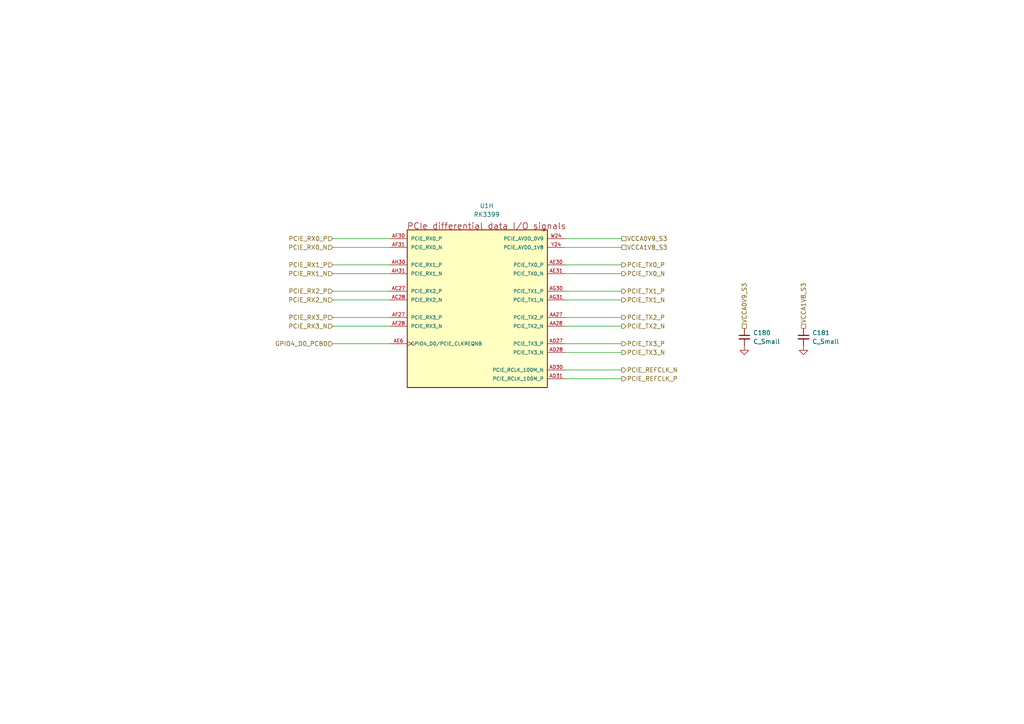
<source format=kicad_sch>
(kicad_sch (version 20231120) (generator "eeschema") (generator_version "8.0")
  (paper "A4")
  (lib_symbols
    (symbol "Device:C_Small" (pin_numbers hide) (pin_names (offset 0.254) hide)
      (property "Reference" "C" (at 0.254 1.778 0))
      (property "Value" "C_Small" (at 0.254 -2.032 0))
      (symbol "C_Small_1_1"
        (pin passive line (at 0 2.54 270) (length 2.032) (name "~") (number "1"))
        (pin passive line (at 0 -2.54 90) (length 2.032) (name "~") (number "2"))
      )
    )
    (symbol "RK3399:RK3399" (pin_names (offset 1.016))
      (property "Reference" "U" (at -20.9845 122.432 0))
      (property "Value" "RK3399" (at -21.0083 -119.274 0))
      (symbol "RK3399_1_0"
        (text "Internal Logic Ground and Digital IO Groung" (at -20.4659 119.662 0) (effects (font (size 1.7823 1.7823)) (justify left bottom)))
        (pin power_in line (at -25.4 114.3 0) (length 5.08) (name "VSS_1") (number "A1"))
        (pin power_in line (at -25.4 111.76 0) (length 5.08) (name "VSS_2") (number "A27"))
        (pin power_in line (at -25.4 109.22 0) (length 5.08) (name "VSS_3") (number "A31"))
        (pin power_in line (at 25.4 -109.22 180) (length 5.08) (name "VSS_179") (number "AA10"))
        (pin power_in line (at 25.4 -104.14 180) (length 5.08) (name "VSS_177") (number "AA13"))
        (pin power_in line (at -25.4 106.68 0) (length 5.08) (name "VSS_4") (number "AA3"))
        (pin power_in line (at -25.4 104.14 0) (length 5.08) (name "VSS_5") (number "AA5"))
        (pin power_in line (at -25.4 101.6 0) (length 5.08) (name "VSS_6") (number "AA9"))
        (pin power_in line (at 25.4 -10.16 180) (length 5.08) (name "VSS_140") (number "AB19"))
        (pin power_in line (at -25.4 93.98 0) (length 5.08) (name "VSS_9") (number "AB9"))
        (pin power_in line (at 25.4 -22.86 180) (length 5.08) (name "VSS_145") (number "AC18"))
        (pin power_in line (at -25.4 83.82 0) (length 5.08) (name "VSS_13") (number "AC20"))
        (pin power_in line (at 25.4 10.16 180) (length 5.08) (name "VSS_132") (number "AC21"))
        (pin power_in line (at -25.4 86.36 0) (length 5.08) (name "VSS_12") (number "AC22"))
        (pin power_in line (at -25.4 76.2 0) (length 5.08) (name "VSS_16") (number "AC3"))
        (pin power_in line (at -25.4 68.58 0) (length 5.08) (name "VSS_19") (number "AD10"))
        (pin power_in line (at 25.4 -68.58 180) (length 5.08) (name "VSS_163") (number "AD21"))
        (pin power_in line (at -25.4 88.9 0) (length 5.08) (name "VSS_11") (number "AD22"))
        (pin power_in line (at -25.4 73.66 0) (length 5.08) (name "VSS_17") (number "AD3"))
        (pin power_in line (at -25.4 71.12 0) (length 5.08) (name "VSS_18") (number "AD5"))
        (pin power_in line (at -25.4 81.28 0) (length 5.08) (name "VSS_14") (number "AE23"))
        (pin power_in line (at -25.4 99.06 0) (length 5.08) (name "VSS_7") (number "AF18"))
        (pin power_in line (at -25.4 91.44 0) (length 5.08) (name "VSS_10") (number "AF20"))
        (pin power_in line (at -25.4 66.04 0) (length 5.08) (name "VSS_20") (number "AF9"))
        (pin power_in line (at -25.4 63.5 0) (length 5.08) (name "VSS_21") (number "AG2"))
        (pin power_in line (at 25.4 -111.76 180) (length 5.08) (name "VSS_180") (number "AJ20"))
        (pin power_in line (at 25.4 -91.44 180) (length 5.08) (name "VSS_172") (number "AJ21"))
        (pin power_in line (at 25.4 -93.98 180) (length 5.08) (name "VSS_173") (number "AJ23"))
        (pin power_in line (at 25.4 -96.52 180) (length 5.08) (name "VSS_174") (number "AJ24"))
        (pin power_in line (at 25.4 -99.06 180) (length 5.08) (name "VSS_175") (number "AJ26"))
        (pin power_in line (at 25.4 -101.6 180) (length 5.08) (name "VSS_176") (number "AJ27"))
        (pin power_in line (at 25.4 -88.9 180) (length 5.08) (name "VSS_171") (number "AJ28"))
        (pin power_in line (at -25.4 60.96 0) (length 5.08) (name "VSS_22") (number "AJ5"))
        (pin power_in line (at -25.4 58.42 0) (length 5.08) (name "VSS_23") (number "AL1"))
        (pin power_in line (at 25.4 -106.68 180) (length 5.08) (name "VSS_178") (number "AL31"))
        (pin power_in line (at -25.4 55.88 0) (length 5.08) (name "VSS_24") (number "B5"))
        (pin power_in line (at -25.4 48.26 0) (length 5.08) (name "VSS_27") (number "C11"))
        (pin power_in line (at -25.4 45.72 0) (length 5.08) (name "VSS_28") (number "C12"))
        (pin power_in line (at -25.4 43.18 0) (length 5.08) (name "VSS_29") (number "C14"))
        (pin power_in line (at -25.4 40.64 0) (length 5.08) (name "VSS_30") (number "C15"))
        (pin power_in line (at -25.4 38.1 0) (length 5.08) (name "VSS_31") (number "C17"))
        (pin power_in line (at -25.4 35.56 0) (length 5.08) (name "VSS_32") (number "C18"))
        (pin power_in line (at -25.4 33.02 0) (length 5.08) (name "VSS_33") (number "C20"))
        (pin power_in line (at -25.4 30.48 0) (length 5.08) (name "VSS_34") (number "C21"))
        (pin power_in line (at -25.4 27.94 0) (length 5.08) (name "VSS_35") (number "C23"))
        (pin power_in line (at -25.4 25.4 0) (length 5.08) (name "VSS_36") (number "C24"))
        (pin power_in line (at -25.4 22.86 0) (length 5.08) (name "VSS_37") (number "C26"))
        (pin power_in line (at -25.4 53.34 0) (length 5.08) (name "VSS_25") (number "C8"))
        (pin power_in line (at -25.4 50.8 0) (length 5.08) (name "VSS_26") (number "C9"))
        (pin power_in line (at -25.4 20.32 0) (length 5.08) (name "VSS_38") (number "D5"))
        (pin power_in line (at -25.4 10.16 0) (length 5.08) (name "VSS_42") (number "E12"))
        (pin power_in line (at -25.4 7.62 0) (length 5.08) (name "VSS_43") (number "E15"))
        (pin power_in line (at -25.4 5.08 0) (length 5.08) (name "VSS_44") (number "E18"))
        (pin power_in line (at -25.4 17.78 0) (length 5.08) (name "VSS_39") (number "E2"))
        (pin power_in line (at -25.4 2.54 0) (length 5.08) (name "VSS_45") (number "E21"))
        (pin power_in line (at -25.4 0 0) (length 5.08) (name "VSS_46") (number "E24"))
        (pin power_in line (at -25.4 -2.54 0) (length 5.08) (name "VSS_47") (number "E31"))
        (pin power_in line (at -25.4 15.24 0) (length 5.08) (name "VSS_40") (number "E4"))
        (pin power_in line (at -25.4 12.7 0) (length 5.08) (name "VSS_41") (number "E7"))
        (pin power_in line (at -25.4 -7.62 0) (length 5.08) (name "VSS_49") (number "F15"))
        (pin power_in line (at -25.4 -10.16 0) (length 5.08) (name "VSS_50") (number "F18"))
        (pin power_in line (at -25.4 -12.7 0) (length 5.08) (name "VSS_51") (number "F20"))
        (pin power_in line (at -25.4 -15.24 0) (length 5.08) (name "VSS_52") (number "F21"))
        (pin power_in line (at -25.4 -5.08 0) (length 5.08) (name "VSS_48") (number "F8"))
        (pin power_in line (at -25.4 -22.86 0) (length 5.08) (name "VSS_55") (number "G18"))
        (pin power_in line (at -25.4 -25.4 0) (length 5.08) (name "VSS_56") (number "G27"))
        (pin power_in line (at -25.4 -17.78 0) (length 5.08) (name "VSS_53") (number "G5"))
        (pin power_in line (at -25.4 -20.32 0) (length 5.08) (name "VSS_54") (number "G9"))
        (pin power_in line (at -25.4 -33.02 0) (length 5.08) (name "VSS_59") (number "H10"))
        (pin power_in line (at -25.4 -35.56 0) (length 5.08) (name "VSS_60") (number "H11"))
        (pin power_in line (at -25.4 -38.1 0) (length 5.08) (name "VSS_61") (number "H12"))
        (pin power_in line (at -25.4 -40.64 0) (length 5.08) (name "VSS_62") (number "H13"))
        (pin power_in line (at -25.4 -43.18 0) (length 5.08) (name "VSS_63") (number "H15"))
        (pin power_in line (at -25.4 -45.72 0) (length 5.08) (name "VSS_64") (number "H16"))
        (pin power_in line (at -25.4 -48.26 0) (length 5.08) (name "VSS_65") (number "H17"))
        (pin power_in line (at -25.4 -50.8 0) (length 5.08) (name "VSS_66") (number "H18"))
        (pin power_in line (at -25.4 -53.34 0) (length 5.08) (name "VSS_67") (number "H26"))
        (pin power_in line (at -25.4 -27.94 0) (length 5.08) (name "VSS_57") (number "H3"))
        (pin power_in line (at -25.4 -30.48 0) (length 5.08) (name "VSS_58") (number "H9"))
        (pin power_in line (at -25.4 -68.58 0) (length 5.08) (name "VSS_73") (number "J10"))
        (pin power_in line (at -25.4 -55.88 0) (length 5.08) (name "VSS_68") (number "J3"))
        (pin power_in line (at -25.4 -58.42 0) (length 5.08) (name "VSS_69") (number "J6"))
        (pin power_in line (at -25.4 -60.96 0) (length 5.08) (name "VSS_70") (number "J7"))
        (pin power_in line (at -25.4 -63.5 0) (length 5.08) (name "VSS_71") (number "J8"))
        (pin power_in line (at -25.4 -66.04 0) (length 5.08) (name "VSS_72") (number "J9"))
        (pin power_in line (at -25.4 -76.2 0) (length 5.08) (name "VSS_76") (number "K10"))
        (pin power_in line (at -25.4 -78.74 0) (length 5.08) (name "VSS_77") (number "K12"))
        (pin power_in line (at -25.4 -81.28 0) (length 5.08) (name "VSS_78") (number "K14"))
        (pin power_in line (at -25.4 -83.82 0) (length 5.08) (name "VSS_79") (number "K16"))
        (pin power_in line (at -25.4 -86.36 0) (length 5.08) (name "VSS_80") (number "K18"))
        (pin power_in line (at -25.4 -91.44 0) (length 5.08) (name "VSS_82") (number "K20"))
        (pin power_in line (at -25.4 -96.52 0) (length 5.08) (name "VSS_84") (number "K22"))
        (pin power_in line (at -25.4 -71.12 0) (length 5.08) (name "VSS_74") (number "K8"))
        (pin power_in line (at -25.4 -73.66 0) (length 5.08) (name "VSS_75") (number "K9"))
        (pin power_in line (at -25.4 -106.68 0) (length 5.08) (name "VSS_88") (number "L11"))
        (pin power_in line (at -25.4 -109.22 0) (length 5.08) (name "VSS_89") (number "L12"))
        (pin power_in line (at -25.4 -111.76 0) (length 5.08) (name "VSS_90") (number "L13"))
        (pin power_in line (at 25.4 114.3 180) (length 5.08) (name "VSS_91") (number "L14"))
        (pin power_in line (at 25.4 111.76 180) (length 5.08) (name "VSS_92") (number "L15"))
        (pin power_in line (at 25.4 109.22 180) (length 5.08) (name "VSS_93") (number "L16"))
        (pin power_in line (at 25.4 101.6 180) (length 5.08) (name "VSS_96") (number "L20"))
        (pin power_in line (at 25.4 99.06 180) (length 5.08) (name "VSS_97") (number "L22"))
        (pin power_in line (at 25.4 93.98 180) (length 5.08) (name "VSS_99") (number "L27"))
        (pin power_in line (at -25.4 -99.06 0) (length 5.08) (name "VSS_85") (number "L3"))
        (pin power_in line (at -25.4 -101.6 0) (length 5.08) (name "VSS_86") (number "L6"))
        (pin power_in line (at -25.4 -104.14 0) (length 5.08) (name "VSS_87") (number "L8"))
        (pin power_in line (at 25.4 86.36 180) (length 5.08) (name "VSS_102") (number "M10"))
        (pin power_in line (at 25.4 83.82 180) (length 5.08) (name "VSS_103") (number "M16"))
        (pin power_in line (at 25.4 81.28 180) (length 5.08) (name "VSS_104") (number "M23"))
        (pin power_in line (at 25.4 91.44 180) (length 5.08) (name "VSS_100") (number "M3"))
        (pin power_in line (at 25.4 88.9 180) (length 5.08) (name "VSS_101") (number "M8"))
        (pin power_in line (at 25.4 71.12 180) (length 5.08) (name "VSS_108") (number "N13"))
        (pin power_in line (at 25.4 68.58 180) (length 5.08) (name "VSS_109") (number "N14"))
        (pin power_in line (at 25.4 66.04 180) (length 5.08) (name "VSS_110") (number "N15"))
        (pin power_in line (at 25.4 63.5 180) (length 5.08) (name "VSS_111") (number "N16"))
        (pin power_in line (at 25.4 106.68 180) (length 5.08) (name "VSS_94") (number "N17"))
        (pin power_in line (at -25.4 -93.98 0) (length 5.08) (name "VSS_83") (number "N19"))
        (pin power_in line (at 25.4 96.52 180) (length 5.08) (name "VSS_98") (number "N21"))
        (pin power_in line (at 25.4 78.74 180) (length 5.08) (name "VSS_105") (number "N8"))
        (pin power_in line (at 25.4 50.8 180) (length 5.08) (name "VSS_116") (number "P10"))
        (pin power_in line (at 25.4 76.2 180) (length 5.08) (name "VSS_106") (number "P11"))
        (pin power_in line (at 25.4 73.66 180) (length 5.08) (name "VSS_107") (number "P12"))
        (pin power_in line (at 25.4 48.26 180) (length 5.08) (name "VSS_117") (number "P16"))
        (pin power_in line (at 25.4 43.18 180) (length 5.08) (name "VSS_119") (number "P19"))
        (pin power_in line (at 25.4 38.1 180) (length 5.08) (name "VSS_121") (number "P21"))
        (pin power_in line (at 25.4 60.96 180) (length 5.08) (name "VSS_112") (number "P3"))
        (pin power_in line (at 25.4 58.42 180) (length 5.08) (name "VSS_113") (number "P6"))
        (pin power_in line (at 25.4 55.88 180) (length 5.08) (name "VSS_114") (number "P7"))
        (pin power_in line (at 25.4 53.34 180) (length 5.08) (name "VSS_115") (number "P8"))
        (pin power_in line (at 25.4 17.78 180) (length 5.08) (name "VSS_129") (number "R14"))
        (pin power_in line (at 25.4 15.24 180) (length 5.08) (name "VSS_130") (number "R15"))
        (pin power_in line (at 25.4 12.7 180) (length 5.08) (name "VSS_131") (number "R16"))
        (pin power_in line (at 25.4 -73.66 180) (length 5.08) (name "VSS_165") (number "R18"))
        (pin power_in line (at 25.4 40.64 180) (length 5.08) (name "VSS_120") (number "R21"))
        (pin power_in line (at 25.4 7.62 180) (length 5.08) (name "VSS_133") (number "R23"))
        (pin power_in line (at 25.4 33.02 180) (length 5.08) (name "VSS_123") (number "R3"))
        (pin power_in line (at 25.4 30.48 180) (length 5.08) (name "VSS_124") (number "R5"))
        (pin power_in line (at 25.4 27.94 180) (length 5.08) (name "VSS_125") (number "R6"))
        (pin power_in line (at 25.4 2.54 180) (length 5.08) (name "VSS_135") (number "T10"))
        (pin power_in line (at 25.4 -5.08 180) (length 5.08) (name "VSS_138") (number "T16"))
        (pin power_in line (at 25.4 -81.28 180) (length 5.08) (name "VSS_168") (number "T18"))
        (pin power_in line (at 25.4 35.56 180) (length 5.08) (name "VSS_122") (number "T19"))
        (pin power_in line (at 25.4 -7.62 180) (length 5.08) (name "VSS_139") (number "T21"))
        (pin power_in line (at 25.4 5.08 180) (length 5.08) (name "VSS_134") (number "T8"))
        (pin power_in line (at 25.4 25.4 180) (length 5.08) (name "VSS_126") (number "U11"))
        (pin power_in line (at 25.4 22.86 180) (length 5.08) (name "VSS_127") (number "U12"))
        (pin power_in line (at 25.4 -2.54 180) (length 5.08) (name "VSS_137") (number "U14"))
        (pin power_in line (at 25.4 -17.78 180) (length 5.08) (name "VSS_143") (number "U15"))
        (pin power_in line (at 25.4 -20.32 180) (length 5.08) (name "VSS_144") (number "U16"))
        (pin power_in line (at 25.4 -25.4 180) (length 5.08) (name "VSS_146") (number "U19"))
        (pin power_in line (at 25.4 -27.94 180) (length 5.08) (name "VSS_147") (number "U21"))
        (pin power_in line (at 25.4 -33.02 180) (length 5.08) (name "VSS_149") (number "U22"))
        (pin power_in line (at 25.4 -35.56 180) (length 5.08) (name "VSS_150") (number "U29"))
        (pin power_in line (at 25.4 -12.7 180) (length 5.08) (name "VSS_141") (number "U3"))
        (pin power_in line (at 25.4 -15.24 180) (length 5.08) (name "VSS_142") (number "U8"))
        (pin power_in line (at 25.4 -45.72 180) (length 5.08) (name "VSS_154") (number "V10"))
        (pin power_in line (at 25.4 -30.48 180) (length 5.08) (name "VSS_148") (number "V17"))
        (pin power_in line (at 25.4 -38.1 180) (length 5.08) (name "VSS_151") (number "V3"))
        (pin power_in line (at 25.4 -40.64 180) (length 5.08) (name "VSS_152") (number "V5"))
        (pin power_in line (at 25.4 -43.18 180) (length 5.08) (name "VSS_153") (number "V8"))
        (pin power_in line (at 25.4 20.32 180) (length 5.08) (name "VSS_128") (number "W13"))
        (pin power_in line (at 25.4 -58.42 180) (length 5.08) (name "VSS_159") (number "W17"))
        (pin power_in line (at 25.4 -83.82 180) (length 5.08) (name "VSS_169") (number "W18"))
        (pin power_in line (at 25.4 -78.74 180) (length 5.08) (name "VSS_167") (number "W19"))
        (pin power_in line (at -25.4 -88.9 0) (length 5.08) (name "VSS_81") (number "W21"))
        (pin power_in line (at 25.4 -55.88 180) (length 5.08) (name "VSS_158") (number "W22"))
        (pin power_in line (at 25.4 -60.96 180) (length 5.08) (name "VSS_160") (number "W30"))
        (pin power_in line (at 25.4 -63.5 180) (length 5.08) (name "VSS_161") (number "W8"))
        (pin power_in line (at 25.4 -66.04 180) (length 5.08) (name "VSS_162") (number "W9"))
        (pin power_in line (at -25.4 78.74 0) (length 5.08) (name "VSS_15") (number "Y10"))
        (pin power_in line (at 25.4 -48.26 180) (length 5.08) (name "VSS_155") (number "Y11"))
        (pin power_in line (at 25.4 0 180) (length 5.08) (name "VSS_136") (number "Y12"))
        (pin power_in line (at 25.4 -71.12 180) (length 5.08) (name "VSS_164") (number "Y13"))
        (pin power_in line (at 25.4 -50.8 180) (length 5.08) (name "VSS_156") (number "Y14"))
        (pin power_in line (at 25.4 -53.34 180) (length 5.08) (name "VSS_157") (number "Y15"))
        (pin power_in line (at 25.4 45.72 180) (length 5.08) (name "VSS_118") (number "Y16"))
        (pin power_in line (at 25.4 104.14 180) (length 5.08) (name "VSS_95") (number "Y17"))
        (pin power_in line (at 25.4 -86.36 180) (length 5.08) (name "VSS_170") (number "Y20"))
        (pin power_in line (at -25.4 96.52 0) (length 5.08) (name "VSS_8") (number "Y3"))
        (pin power_in line (at 25.4 -76.2 180) (length 5.08) (name "VSS_166") (number "Y9"))
      )
      (symbol "RK3399_2_0"
        (text "Analog Groung" (at -15.3236 48.4013 0) (effects (font (size 1.784 1.784)) (justify left bottom)))
        (pin power_in line (at -20.32 12.7 0) (length 5.08) (name "AVSS_13") (number "AA11"))
        (pin power_in line (at -20.32 2.54 0) (length 5.08) (name "AVSS_17") (number "AA12"))
        (pin power_in line (at -20.32 -20.32 0) (length 5.08) (name "AVSS_26") (number "AA14"))
        (pin power_in line (at 17.78 0 180) (length 5.08) (name "AVSS_53") (number "AA15"))
        (pin power_in line (at -20.32 35.56 0) (length 5.08) (name "AVSS_4") (number "AA23"))
        (pin power_in line (at -20.32 30.48 0) (length 5.08) (name "AVSS_6") (number "AA26"))
        (pin power_in line (at -20.32 27.94 0) (length 5.08) (name "AVSS_7") (number "AA29"))
        (pin power_in line (at -20.32 15.24 0) (length 5.08) (name "AVSS_12") (number "AB10"))
        (pin power_in line (at -20.32 25.4 0) (length 5.08) (name "AVSS_8") (number "AB11"))
        (pin power_in line (at -20.32 22.86 0) (length 5.08) (name "AVSS_9") (number "AB13"))
        (pin power_in line (at 17.78 27.94 180) (length 5.08) (name "AVSS_42") (number "AB15"))
        (pin power_in line (at 17.78 30.48 180) (length 5.08) (name "AVSS_41") (number "AB16"))
        (pin power_in line (at 17.78 2.54 180) (length 5.08) (name "AVSS_52") (number "AB17"))
        (pin power_in line (at -20.32 33.02 0) (length 5.08) (name "AVSS_5") (number "AB23"))
        (pin power_in line (at 17.78 22.86 180) (length 5.08) (name "AVSS_44") (number "AC11"))
        (pin power_in line (at 17.78 20.32 180) (length 5.08) (name "AVSS_45") (number "AC13"))
        (pin power_in line (at -20.32 20.32 0) (length 5.08) (name "AVSS_10") (number "AC15"))
        (pin power_in line (at -20.32 0 0) (length 5.08) (name "AVSS_18") (number "AC16"))
        (pin power_in line (at 17.78 25.4 180) (length 5.08) (name "AVSS_43") (number "AC17"))
        (pin power_in line (at -20.32 -2.54 0) (length 5.08) (name "AVSS_19") (number "AC23"))
        (pin power_in line (at 17.78 5.08 180) (length 5.08) (name "AVSS_51") (number "AC25"))
        (pin power_in line (at -20.32 10.16 0) (length 5.08) (name "AVSS_14") (number "AC26"))
        (pin power_in line (at -20.32 7.62 0) (length 5.08) (name "AVSS_15") (number "AC29"))
        (pin power_in line (at -20.32 17.78 0) (length 5.08) (name "AVSS_11") (number "AD13"))
        (pin power_in line (at -20.32 5.08 0) (length 5.08) (name "AVSS_16") (number "AD17"))
        (pin power_in line (at 17.78 33.02 180) (length 5.08) (name "AVSS_40") (number "AD26"))
        (pin power_in line (at -20.32 -5.08 0) (length 5.08) (name "AVSS_20") (number "AD29"))
        (pin power_in line (at -20.32 -7.62 0) (length 5.08) (name "AVSS_21") (number "AE11"))
        (pin power_in line (at -20.32 -10.16 0) (length 5.08) (name "AVSS_22") (number "AE12"))
        (pin power_in line (at -20.32 -12.7 0) (length 5.08) (name "AVSS_23") (number "AE14"))
        (pin power_in line (at -20.32 -15.24 0) (length 5.08) (name "AVSS_24") (number "AE17"))
        (pin power_in line (at -20.32 -17.78 0) (length 5.08) (name "AVSS_25") (number "AE27"))
        (pin power_in line (at -20.32 -22.86 0) (length 5.08) (name "AVSS_27") (number "AF17"))
        (pin power_in line (at -20.32 40.64 0) (length 5.08) (name "AVSS_2") (number "AF23"))
        (pin power_in line (at -20.32 38.1 0) (length 5.08) (name "AVSS_3") (number "AF24"))
        (pin power_in line (at -20.32 -25.4 0) (length 5.08) (name "AVSS_28") (number "AF29"))
        (pin power_in line (at -20.32 -27.94 0) (length 5.08) (name "AVSS_29") (number "AG29"))
        (pin power_in line (at -20.32 -30.48 0) (length 5.08) (name "AVSS_30") (number "AH29"))
        (pin power_in line (at -20.32 -40.64 0) (length 5.08) (name "AVSS_34") (number "AJ11"))
        (pin power_in line (at -20.32 -43.18 0) (length 5.08) (name "AVSS_35") (number "AJ12"))
        (pin power_in line (at 17.78 43.18 180) (length 5.08) (name "AVSS_36") (number "AJ14"))
        (pin power_in line (at 17.78 40.64 180) (length 5.08) (name "AVSS_37") (number "AJ15"))
        (pin power_in line (at 17.78 38.1 180) (length 5.08) (name "AVSS_38") (number "AJ17"))
        (pin power_in line (at 17.78 35.56 180) (length 5.08) (name "AVSS_39") (number "AJ18"))
        (pin power_in line (at 17.78 15.24 180) (length 5.08) (name "AVSS_47") (number "AJ29"))
        (pin power_in line (at -20.32 -33.02 0) (length 5.08) (name "AVSS_31") (number "AJ6"))
        (pin power_in line (at -20.32 -35.56 0) (length 5.08) (name "AVSS_32") (number "AJ8"))
        (pin power_in line (at -20.32 -38.1 0) (length 5.08) (name "AVSS_33") (number "AJ9"))
        (pin power_in line (at 17.78 -7.62 180) (length 5.08) (name "EDP_AVSS_1") (number "B31"))
        (pin power_in line (at 17.78 -10.16 180) (length 5.08) (name "EDP_AVSS_2") (number "C28"))
        (pin power_in line (at 17.78 -12.7 180) (length 5.08) (name "EDP_AVSS_3") (number "C29"))
        (pin power_in line (at 17.78 -15.24 180) (length 5.08) (name "EDP_AVSS_4") (number "D29"))
        (pin power_in line (at 17.78 -17.78 180) (length 5.08) (name "EDP_AVSS_5") (number "H19"))
        (pin power_in line (at 17.78 -20.32 180) (length 5.08) (name "EDP_AVSS_6") (number "J21"))
        (pin power_in line (at 17.78 -30.48 180) (length 5.08) (name "PLL_AVSS") (number "P17"))
        (pin power_in line (at 17.78 10.16 180) (length 5.08) (name "AVSS_49") (number "U23"))
        (pin power_in line (at 17.78 7.62 180) (length 5.08) (name "AVSS_50") (number "V23"))
        (pin power_in line (at 17.78 17.78 180) (length 5.08) (name "AVSS_46") (number "W23"))
        (pin power_in line (at -20.32 43.18 0) (length 5.08) (name "AVSS_1") (number "Y23"))
        (pin power_in line (at 17.78 12.7 180) (length 5.08) (name "AVSS_48") (number "Y29"))
      )
      (symbol "RK3399_3_0"
        (text "Internal Center Logic Power" (at -28.0022 15.2819 0) (effects (font (size 1.7808 1.7808)) (justify left bottom)))
        (pin power_in line (at -33.02 10.16 0) (length 5.08) (name "CENTERLOGIC_VDD_1") (number "M11"))
        (pin power_in line (at -33.02 5.08 0) (length 5.08) (name "CENTERLOGIC_VDD_2") (number "M12"))
        (pin power_in line (at -33.02 0 0) (length 5.08) (name "CENTERLOGIC_VDD_3") (number "M13"))
        (pin power_in line (at -33.02 -5.08 0) (length 5.08) (name "CENTERLOGIC_VDD_4") (number "M14"))
        (pin power_in line (at -33.02 -10.16 0) (length 5.08) (name "CENTERLOGIC_VDD_5") (number "M15"))
        (pin power_in line (at 33.02 10.16 180) (length 5.08) (name "CENTERLOGIC_VDD_6") (number "N11"))
        (pin power_in line (at 33.02 5.08 180) (length 5.08) (name "CENTERLOGIC_VDD_7") (number "N12"))
        (pin power_in line (at 33.02 0 180) (length 5.08) (name "CENTERLOGIC_VDD_8") (number "P13"))
        (pin power_in line (at 33.02 -5.08 180) (length 5.08) (name "CENTERLOGIC_VDD_9") (number "P14"))
        (pin power_in line (at 33.02 -10.16 180) (length 5.08) (name "CENTERLOGIC_VDD_10") (number "P15"))
      )
      (symbol "RK3399_4_0"
        (text "Internal GPU Power" (at -17.8724 28.0417 0) (effects (font (size 1.7843 1.7843)) (justify left bottom)))
        (pin power_in line (at -22.86 -10.16 0) (length 5.08) (name "GPU_VDD_8") (number "R11"))
        (pin power_in line (at -22.86 -15.24 0) (length 5.08) (name "GPU_VDD_9") (number "R12"))
        (pin power_in line (at 22.86 15.24 180) (length 5.08) (name "GPU_VDD_13") (number "R13"))
        (pin power_in line (at -22.86 -20.32 0) (length 5.08) (name "GPU_VDD_10") (number "T11"))
        (pin power_in line (at 22.86 25.4 180) (length 5.08) (name "GPU_VDD_11") (number "T12"))
        (pin power_in line (at 22.86 20.32 180) (length 5.08) (name "GPU_VDD_12") (number "T13"))
        (pin power_in line (at 22.86 10.16 180) (length 5.08) (name "GPU_VDD_14") (number "T14"))
        (pin power_in line (at -22.86 -25.4 0) (length 5.08) (name "GPU_VDD_COM") (number "T15"))
        (pin power_in line (at -22.86 -5.08 0) (length 5.08) (name "GPU_VDD_7") (number "U13"))
        (pin power_in line (at 22.86 5.08 180) (length 5.08) (name "GPU_VDD_15") (number "V11"))
        (pin power_in line (at 22.86 0 180) (length 5.08) (name "GPU_VDD_16") (number "V12"))
        (pin power_in line (at -22.86 0 0) (length 5.08) (name "GPU_VDD_6") (number "V13"))
        (pin power_in line (at -22.86 5.08 0) (length 5.08) (name "GPU_VDD_5") (number "V14"))
        (pin power_in line (at -22.86 10.16 0) (length 5.08) (name "GPU_VDD_4") (number "V15"))
        (pin power_in line (at 22.86 -5.08 180) (length 5.08) (name "GPU_VDD_17") (number "V16"))
        (pin power_in line (at 22.86 -20.32 180) (length 5.08) (name "GPU_VDD_20") (number "W10"))
        (pin power_in line (at -22.86 25.4 0) (length 5.08) (name "GPU_VDD_1") (number "W11"))
        (pin power_in line (at -22.86 20.32 0) (length 5.08) (name "GPU_VDD_2") (number "W12"))
        (pin power_in line (at -22.86 15.24 0) (length 5.08) (name "GPU_VDD_3") (number "W14"))
        (pin power_in line (at 22.86 -15.24 180) (length 5.08) (name "GPU_VDD_19") (number "W15"))
        (pin power_in line (at 22.86 -10.16 180) (length 5.08) (name "GPU_VDD_18") (number "W16"))
      )
      (symbol "RK3399_5_0"
        (text "Internal BIG CPU A72 Power" (at -20.4112 17.8514 0) (effects (font (size 1.7837 1.7837)) (justify left bottom)))
        (pin power_in line (at 25.4 -5.08 180) (length 5.08) (name "BIGCPU_VDD_12") (number "K19"))
        (pin power_in line (at 25.4 -10.16 180) (length 5.08) (name "BIGCPU_VDD_13") (number "K21"))
        (pin power_in line (at 25.4 15.24 180) (length 5.08) (name "BIGCPU_VDD_8") (number "L18"))
        (pin power_in line (at -25.4 15.24 0) (length 5.08) (name "BIGCPU_VDD_1") (number "L19"))
        (pin power_in line (at -25.4 10.16 0) (length 5.08) (name "BIGCPU_VDD_2") (number "L21"))
        (pin power_in line (at 25.4 0 180) (length 5.08) (name "BIGCPU_VDD_11") (number "L23"))
        (pin power_in line (at -25.4 5.08 0) (length 5.08) (name "BIGCPU_VDD_3") (number "M18"))
        (pin power_in line (at -25.4 0 0) (length 5.08) (name "BIGCPU_VDD_4") (number "M19"))
        (pin power_in line (at -25.4 -5.08 0) (length 5.08) (name "BIGCPU_VDD_5") (number "M20"))
        (pin power_in line (at -25.4 -10.16 0) (length 5.08) (name "BIGCPU_VDD_6") (number "M21"))
        (pin power_in line (at -25.4 -15.24 0) (length 5.08) (name "BIGCPU_VDD_7") (number "M22"))
        (pin power_in line (at 25.4 -17.78 180) (length 5.08) (name "BIGCPU_VDD_COM") (number "N18"))
        (pin power_in line (at 25.4 5.08 180) (length 5.08) (name "BIGCPU_VDD_10") (number "N20"))
        (pin power_in line (at 25.4 10.16 180) (length 5.08) (name "BIGCPU_VDD_9") (number "N22"))
      )
      (symbol "RK3399_6_0"
        (text "Internal Logic Power" (at -20.413 10.2168 0) (effects (font (size 1.7838 1.7838)) (justify left bottom)))
        (pin power_in line (at 25.4 2.54 180) (length 5.08) (name "LOGIC_VDD_10") (number "L17"))
        (pin power_in line (at 25.4 5.08 180) (length 5.08) (name "LOGIC_VDD_9") (number "M17"))
        (pin power_in line (at 25.4 0 180) (length 5.08) (name "LOGIC_VDD_11") (number "T17"))
        (pin power_in line (at 25.4 7.62 180) (length 5.08) (name "LOGIC_VDD_8") (number "U17"))
        (pin power_in line (at -25.4 -7.62 0) (length 5.08) (name "LOGIC_VDD_7") (number "U18"))
        (pin power_in line (at 25.4 -2.54 180) (length 5.08) (name "LOGIC_VDD_12") (number "U20"))
        (pin power_in line (at -25.4 -2.54 0) (length 5.08) (name "LOGIC_VDD_5") (number "V18"))
        (pin power_in line (at -25.4 0 0) (length 5.08) (name "LOGIC_VDD_4") (number "V19"))
        (pin power_in line (at -25.4 2.54 0) (length 5.08) (name "LOGIC_VDD_3") (number "V20"))
        (pin power_in line (at -25.4 5.08 0) (length 5.08) (name "LOGIC_VDD_2") (number "V21"))
        (pin power_in line (at -25.4 7.62 0) (length 5.08) (name "LOGIC_VDD_1") (number "V22"))
        (pin power_in line (at -25.4 -5.08 0) (length 5.08) (name "LOGIC_VDD_6") (number "W20"))
      )
      (symbol "RK3399_7_0"
        (text "Internal LITTLE CPU A53 Power" (at -20.4095 10.2151 0) (effects (font (size 1.7835 1.7835)) (justify left bottom)))
        (pin power_in line (at -25.4 7.62 0) (length 5.08) (name "LITCPU_VDD_1") (number "P20"))
        (pin power_in line (at -25.4 -7.62 0) (length 5.08) (name "LITCPU_VDD_4") (number "P22"))
        (pin power_in line (at -25.4 2.54 0) (length 5.08) (name "LITCPU_VDD_2") (number "R19"))
        (pin power_in line (at -25.4 -2.54 0) (length 5.08) (name "LITCPU_VDD_3") (number "R20"))
        (pin power_in line (at 25.4 -2.54 180) (length 5.08) (name "LITCPU_VDD_7") (number "R22"))
        (pin power_in line (at 25.4 2.54 180) (length 5.08) (name "LITCPU_VDD_6") (number "T20"))
        (pin power_in line (at 25.4 7.62 180) (length 5.08) (name "LITCPU_VDD_5") (number "T22"))
      )
      (symbol "RK3399_8_0"
        (text "PCIe differential data I/O signals" (at -20.4082 22.9382 0) (effects (font (size 1.7834 1.7834)) (justify left bottom)))
        (pin output line (at 25.4 -2.54 180) (length 5.08) (name "PCIE_TX2_P") (number "AA27"))
        (pin output line (at 25.4 -5.08 180) (length 5.08) (name "PCIE_TX2_N") (number "AA28"))
        (pin input line (at -25.4 5.08 0) (length 5.08) (name "PCIE_RX2_P") (number "AC27"))
        (pin input line (at -25.4 2.54 0) (length 5.08) (name "PCIE_RX2_N") (number "AC28"))
        (pin output line (at 25.4 -10.16 180) (length 5.08) (name "PCIE_TX3_P") (number "AD27"))
        (pin output line (at 25.4 -12.7 180) (length 5.08) (name "PCIE_TX3_N") (number "AD28"))
        (pin output line (at 25.4 -17.78 180) (length 5.08) (name "PCIE_RCLK_100M_N") (number "AD30"))
        (pin output line (at 25.4 -20.32 180) (length 5.08) (name "PCIE_RCLK_100M_P") (number "AD31"))
        (pin output line (at 25.4 12.7 180) (length 5.08) (name "PCIE_TX0_P") (number "AE30"))
        (pin output line (at 25.4 10.16 180) (length 5.08) (name "PCIE_TX0_N") (number "AE31"))
        (pin input clock (at -25.4 -10.16 0) (length 5.08) (name "GPIO4_D0/PCIE_CLKREQNB") (number "AE6"))
        (pin input line (at -25.4 -2.54 0) (length 5.08) (name "PCIE_RX3_P") (number "AF27"))
        (pin input line (at -25.4 -5.08 0) (length 5.08) (name "PCIE_RX3_N") (number "AF28"))
        (pin input line (at -25.4 20.32 0) (length 5.08) (name "PCIE_RX0_P") (number "AF30"))
        (pin input line (at -25.4 17.78 0) (length 5.08) (name "PCIE_RX0_N") (number "AF31"))
        (pin output line (at 25.4 5.08 180) (length 5.08) (name "PCIE_TX1_P") (number "AG30"))
        (pin output line (at 25.4 2.54 180) (length 5.08) (name "PCIE_TX1_N") (number "AG31"))
        (pin input line (at -25.4 12.7 0) (length 5.08) (name "PCIE_RX1_P") (number "AH30"))
        (pin input line (at -25.4 10.16 0) (length 5.08) (name "PCIE_RX1_N") (number "AH31"))
        (pin power_in line (at 25.4 20.32 180) (length 5.08) (name "PCIE_AVDD_0V9") (number "W24"))
        (pin power_in line (at 25.4 17.78 180) (length 5.08) (name "PCIE_AVDD_1V8") (number "Y24"))
      )
      (symbol "RK3399_9_0"
        (text "DDRC0" (at -20.4006 73.8062 0) (effects (font (size 1.7827 1.7827)) (justify left bottom)))
        (pin bidirectional line (at -25.4 63.5 0) (length 5.08) (name "DDR0_DQ3") (number "AA1"))
        (pin bidirectional line (at -25.4 66.04 0) (length 5.08) (name "DDR0_DQ2") (number "AA2"))
        (pin bidirectional line (at -25.4 -17.78 0) (length 5.08) (name "DDR0_DQS0N") (number "AA4"))
        (pin bidirectional line (at -25.4 68.58 0) (length 5.08) (name "DDR0_DQ1") (number "AB1"))
        (pin bidirectional line (at -25.4 71.12 0) (length 5.08) (name "DDR0_DQ0") (number "AB2"))
        (pin bidirectional line (at -25.4 35.56 0) (length 5.08) (name "DDR0_DQ14") (number "AC1"))
        (pin bidirectional line (at -25.4 33.02 0) (length 5.08) (name "DDR0_DQ15") (number "AC2"))
        (pin bidirectional line (at -25.4 -20.32 0) (length 5.08) (name "DDR0_DQS1P") (number "AC4"))
        (pin output line (at 25.4 43.18 180) (length 5.08) (name "DDR0_DM1") (number "AC5"))
        (pin bidirectional line (at -25.4 38.1 0) (length 5.08) (name "DDR0_DQ13") (number "AD1"))
        (pin bidirectional line (at -25.4 43.18 0) (length 5.08) (name "DDR0_DQ11") (number "AD2"))
        (pin bidirectional line (at -25.4 -22.86 0) (length 5.08) (name "DDR0_DQS1N") (number "AD4"))
        (pin bidirectional line (at -25.4 40.64 0) (length 5.08) (name "DDR0_DQ12") (number "AE1"))
        (pin bidirectional line (at -25.4 48.26 0) (length 5.08) (name "DDR0_DQ9") (number "AE2"))
        (pin bidirectional line (at -25.4 45.72 0) (length 5.08) (name "DDR0_DQ10") (number "AF1"))
        (pin bidirectional line (at -25.4 50.8 0) (length 5.08) (name "DDR0_DQ8") (number "AF2"))
        (pin output line (at 25.4 30.48 180) (length 5.08) (name "DDR0_CSN1") (number "B1"))
        (pin output line (at 25.4 -7.62 180) (length 5.08) (name "DDR0_A12") (number "C1"))
        (pin output line (at 25.4 25.4 180) (length 5.08) (name "DDR0_CSN3") (number "C2"))
        (pin output line (at 25.4 -27.94 180) (length 5.08) (name "DDR0_BA0") (number "C3"))
        (pin output line (at 25.4 -2.54 180) (length 5.08) (name "DDR0_A10") (number "D1"))
        (pin output line (at 25.4 -10.16 180) (length 5.08) (name "DDR0_A13") (number "D2"))
        (pin output line (at 25.4 -12.7 180) (length 5.08) (name "DDR0_A14") (number "D3"))
        (pin output line (at 25.4 -60.96 180) (length 5.08) (name "DDR0_CKE0") (number "E1"))
        (pin output line (at 25.4 -5.08 180) (length 5.08) (name "DDR0_A11") (number "E3"))
        (pin output line (at 25.4 20.32 180) (length 5.08) (name "DDR0_A1") (number "F1"))
        (pin output line (at 25.4 22.86 180) (length 5.08) (name "DDR0_A0") (number "F2"))
        (pin output line (at 25.4 53.34 180) (length 5.08) (name "DDR0_RASN") (number "F3"))
        (pin output line (at 25.4 -30.48 180) (length 5.08) (name "DDR0_BA1") (number "F4"))
        (pin output line (at 25.4 -63.5 180) (length 5.08) (name "DDR0_CKE1") (number "F5"))
        (pin output line (at 25.4 17.78 180) (length 5.08) (name "DDR0_A2") (number "G1"))
        (pin output line (at 25.4 15.24 180) (length 5.08) (name "DDR0_A3") (number "G2"))
        (pin output line (at 25.4 -53.34 180) (length 5.08) (name "DDR0_WEN") (number "G6"))
        (pin output line (at 25.4 10.16 180) (length 5.08) (name "DDR0_A5") (number "H1"))
        (pin output line (at 25.4 12.7 180) (length 5.08) (name "DDR0_A4") (number "H2"))
        (pin output line (at 25.4 71.12 180) (length 5.08) (name "DDR0_CLK0P") (number "H4"))
        (pin output line (at 25.4 68.58 180) (length 5.08) (name "DDR0_CLK1P") (number "H5"))
        (pin output line (at 25.4 50.8 180) (length 5.08) (name "DDR0_CASN") (number "H6"))
        (pin output line (at 25.4 -15.24 180) (length 5.08) (name "DDR0_A15") (number "H7"))
        (pin output line (at 25.4 7.62 180) (length 5.08) (name "DDR0_A6") (number "J1"))
        (pin output line (at 25.4 5.08 180) (length 5.08) (name "DDR0_A7") (number "J2"))
        (pin output line (at 25.4 66.04 180) (length 5.08) (name "DDR0_CLK0N") (number "J4"))
        (pin output line (at 25.4 63.5 180) (length 5.08) (name "DDR0_CLK1N") (number "J5"))
        (pin output line (at 25.4 0 180) (length 5.08) (name "DDR0_A9") (number "K1"))
        (pin output line (at 25.4 2.54 180) (length 5.08) (name "DDR0_A8") (number "K2"))
        (pin bidirectional line (at -25.4 -2.54 0) (length 5.08) (name "DDR0_DQ29") (number "L1"))
        (pin power_in line (at -25.4 -66.04 0) (length 5.08) (name "DDR0_VDD_2") (number "L10"))
        (pin bidirectional line (at -25.4 -7.62 0) (length 5.08) (name "DDR0_DQ31") (number "L2"))
        (pin output line (at 25.4 -38.1 180) (length 5.08) (name "DDR0_ODT0") (number "L4"))
        (pin output line (at 25.4 -40.64 180) (length 5.08) (name "DDR0_ODT1") (number "L5"))
        (pin output line (at 25.4 58.42 180) (length 5.08) (name "DDR0_RESETN") (number "L7"))
        (pin power_in line (at -25.4 -63.5 0) (length 5.08) (name "DDR0_VDD_1") (number "L9"))
        (pin bidirectional line (at -25.4 2.54 0) (length 5.08) (name "DDR0_DQ27") (number "M1"))
        (pin bidirectional line (at -25.4 -5.08 0) (length 5.08) (name "DDR0_DQ30") (number "M2"))
        (pin output line (at 25.4 -33.02 180) (length 5.08) (name "DDR0_BA2") (number "M4"))
        (pin output line (at 25.4 27.94 180) (length 5.08) (name "DDR0_CSN2") (number "M5"))
        (pin output line (at 25.4 33.02 180) (length 5.08) (name "DDR0_CSN0") (number "M6"))
        (pin power_in line (at -25.4 -60.96 0) (length 5.08) (name "DDR0_CLK_VDD") (number "M7"))
        (pin power_in line (at -25.4 -68.58 0) (length 5.08) (name "DDR0_VDD_3") (number "M9"))
        (pin bidirectional line (at -25.4 5.08 0) (length 5.08) (name "DDR0_DQ26") (number "N1"))
        (pin power_in line (at -25.4 -73.66 0) (length 5.08) (name "DDR0_VDD_5") (number "N10"))
        (pin bidirectional line (at -25.4 0 0) (length 5.08) (name "DDR0_DQ28") (number "N2"))
        (pin power_in line (at -25.4 -71.12 0) (length 5.08) (name "DDR0_VDD_4") (number "N9"))
        (pin bidirectional line (at -25.4 10.16 0) (length 5.08) (name "DDR0_DQ24") (number "P1"))
        (pin bidirectional line (at -25.4 7.62 0) (length 5.08) (name "DDR0_DQ25") (number "P2"))
        (pin bidirectional line (at -25.4 -30.48 0) (length 5.08) (name "DDR0_DQS3P") (number "P4"))
        (pin output line (at 25.4 38.1 180) (length 5.08) (name "DDR0_DM3") (number "P5"))
        (pin power_in line (at -25.4 -76.2 0) (length 5.08) (name "DDR0_VDD_6") (number "P9"))
        (pin bidirectional line (at -25.4 12.7 0) (length 5.08) (name "DDR0_DQ23") (number "R1"))
        (pin power_in line (at 25.4 -68.58 180) (length 5.08) (name "DDR0_VDD_8") (number "R10"))
        (pin bidirectional line (at -25.4 15.24 0) (length 5.08) (name "DDR0_DQ22") (number "R2"))
        (pin bidirectional line (at -25.4 -33.02 0) (length 5.08) (name "DDR0_DQS3N") (number "R4"))
        (pin bidirectional line (at -25.4 -43.18 0) (length 5.08) (name "DDR0_PZQ") (number "R7"))
        (pin power_in line (at -25.4 -58.42 0) (length 5.08) (name "DDR0PLL_AVDD_0V9") (number "R8"))
        (pin power_in line (at -25.4 -78.74 0) (length 5.08) (name "DDR0_VDD_7") (number "R9"))
        (pin bidirectional line (at -25.4 20.32 0) (length 5.08) (name "DDR0_DQ20") (number "T1"))
        (pin bidirectional line (at -25.4 17.78 0) (length 5.08) (name "DDR0_DQ21") (number "T2"))
        (pin power_in line (at 25.4 -71.12 180) (length 5.08) (name "DDR0_VDD_9") (number "T9"))
        (pin bidirectional line (at -25.4 25.4 0) (length 5.08) (name "DDR0_DQ18") (number "U1"))
        (pin power_in line (at 25.4 -76.2 180) (length 5.08) (name "DDR0_VDD_11") (number "U10"))
        (pin bidirectional line (at -25.4 22.86 0) (length 5.08) (name "DDR0_DQ19") (number "U2"))
        (pin bidirectional line (at -25.4 -25.4 0) (length 5.08) (name "DDR0_DQS2P") (number "U4"))
        (pin output line (at 25.4 40.64 180) (length 5.08) (name "DDR0_DM2") (number "U5"))
        (pin output line (at 25.4 -20.32 180) (length 5.08) (name "DDR0_ATB0") (number "U6"))
        (pin output line (at 25.4 -22.86 180) (length 5.08) (name "DDR0_ATB1") (number "U7"))
        (pin power_in line (at 25.4 -73.66 180) (length 5.08) (name "DDR0_VDD_10") (number "U9"))
        (pin bidirectional line (at -25.4 30.48 0) (length 5.08) (name "DDR0_DQ16") (number "V1"))
        (pin bidirectional line (at -25.4 27.94 0) (length 5.08) (name "DDR0_DQ17") (number "V2"))
        (pin bidirectional line (at -25.4 -27.94 0) (length 5.08) (name "DDR0_DQS2N") (number "V4"))
        (pin output line (at 25.4 -45.72 180) (length 5.08) (name "DDR0_PLL_TESTOUT_P") (number "V6"))
        (pin output line (at 25.4 -48.26 180) (length 5.08) (name "DDR0_PLL_TESTOUT_N") (number "V7"))
        (pin power_in line (at 25.4 -78.74 180) (length 5.08) (name "DDR0_VDD_12") (number "V9"))
        (pin bidirectional line (at -25.4 55.88 0) (length 5.08) (name "DDR0_DQ6") (number "W1"))
        (pin bidirectional line (at -25.4 53.34 0) (length 5.08) (name "DDR0_DQ7") (number "W2"))
        (pin bidirectional line (at -25.4 58.42 0) (length 5.08) (name "DDR0_DQ5") (number "Y1"))
        (pin bidirectional line (at -25.4 60.96 0) (length 5.08) (name "DDR0_DQ4") (number "Y2"))
        (pin bidirectional line (at -25.4 -15.24 0) (length 5.08) (name "DDR0_DQS0P") (number "Y4"))
        (pin output line (at 25.4 45.72 180) (length 5.08) (name "DDR0_DM0") (number "Y5"))
      )
      (symbol "RK3399_10_0"
        (text "DDRC1" (at -20.4001 73.8044 0) (effects (font (size 1.7827 1.7827)) (justify left bottom)))
        (pin output line (at 25.4 45.72 180) (length 5.08) (name "DDR1_A1") (number "A10"))
        (pin bidirectional line (at -25.4 45.72 0) (length 5.08) (name "DDR1_DQ10") (number "A11"))
        (pin bidirectional line (at -25.4 40.64 0) (length 5.08) (name "DDR1_DQ12") (number "A12"))
        (pin bidirectional line (at -25.4 38.1 0) (length 5.08) (name "DDR1_DQ13") (number "A13"))
        (pin bidirectional line (at -25.4 35.56 0) (length 5.08) (name "DDR1_DQ14") (number "A14"))
        (pin bidirectional line (at -25.4 68.58 0) (length 5.08) (name "DDR1_DQ1") (number "A15"))
        (pin bidirectional line (at -25.4 63.5 0) (length 5.08) (name "DDR1_DQ3") (number "A16"))
        (pin bidirectional line (at -25.4 58.42 0) (length 5.08) (name "DDR1_DQ5") (number "A17"))
        (pin bidirectional line (at -25.4 55.88 0) (length 5.08) (name "DDR1_DQ6") (number "A18"))
        (pin bidirectional line (at -25.4 30.48 0) (length 5.08) (name "DDR1_DQ16") (number "A19"))
        (pin output line (at 25.4 68.58 180) (length 5.08) (name "DDR1_CSN1") (number "A2"))
        (pin bidirectional line (at -25.4 25.4 0) (length 5.08) (name "DDR1_DQ18") (number "A20"))
        (pin bidirectional line (at -25.4 20.32 0) (length 5.08) (name "DDR1_DQ20") (number "A21"))
        (pin bidirectional line (at -25.4 12.7 0) (length 5.08) (name "DDR1_DQ23") (number "A22"))
        (pin bidirectional line (at -25.4 10.16 0) (length 5.08) (name "DDR1_DQ24") (number "A23"))
        (pin bidirectional line (at -25.4 5.08 0) (length 5.08) (name "DDR1_DQ26") (number "A24"))
        (pin bidirectional line (at -25.4 2.54 0) (length 5.08) (name "DDR1_DQ27") (number "A25"))
        (pin bidirectional line (at -25.4 -2.54 0) (length 5.08) (name "DDR1_DQ29") (number "A26"))
        (pin output line (at 25.4 17.78 180) (length 5.08) (name "DDR1_A12") (number "A3"))
        (pin output line (at 25.4 22.86 180) (length 5.08) (name "DDR1_A10") (number "A4"))
        (pin output line (at 25.4 -60.96 180) (length 5.08) (name "DDR1_CKE0") (number "A5"))
        (pin output line (at 25.4 25.4 180) (length 5.08) (name "DDR1_A9") (number "A6"))
        (pin output line (at 25.4 30.48 180) (length 5.08) (name "DDR1_A7") (number "A7"))
        (pin output line (at 25.4 35.56 180) (length 5.08) (name "DDR1_A5") (number "A8"))
        (pin output line (at 25.4 40.64 180) (length 5.08) (name "DDR1_A3") (number "A9"))
        (pin output line (at 25.4 48.26 180) (length 5.08) (name "DDR1_A0") (number "B10"))
        (pin bidirectional line (at -25.4 50.8 0) (length 5.08) (name "DDR1_DQ8") (number "B11"))
        (pin bidirectional line (at -25.4 48.26 0) (length 5.08) (name "DDR1_DQ9") (number "B12"))
        (pin bidirectional line (at -25.4 43.18 0) (length 5.08) (name "DDR1_DQ11") (number "B13"))
        (pin bidirectional line (at -25.4 33.02 0) (length 5.08) (name "DDR1_DQ15") (number "B14"))
        (pin bidirectional line (at -25.4 71.12 0) (length 5.08) (name "DDR1_DQ0") (number "B15"))
        (pin bidirectional line (at -25.4 66.04 0) (length 5.08) (name "DDR1_DQ2") (number "B16"))
        (pin bidirectional line (at -25.4 60.96 0) (length 5.08) (name "DDR1_DQ4") (number "B17"))
        (pin bidirectional line (at -25.4 53.34 0) (length 5.08) (name "DDR1_DQ7") (number "B18"))
        (pin bidirectional line (at -25.4 27.94 0) (length 5.08) (name "DDR1_DQ17") (number "B19"))
        (pin output line (at 25.4 -7.62 180) (length 5.08) (name "DDR1_BA0") (number "B2"))
        (pin bidirectional line (at -25.4 22.86 0) (length 5.08) (name "DDR1_DQ19") (number "B20"))
        (pin bidirectional line (at -25.4 17.78 0) (length 5.08) (name "DDR1_DQ21") (number "B21"))
        (pin bidirectional line (at -25.4 15.24 0) (length 5.08) (name "DDR1_DQ22") (number "B22"))
        (pin bidirectional line (at -25.4 7.62 0) (length 5.08) (name "DDR1_DQ25") (number "B23"))
        (pin bidirectional line (at -25.4 0 0) (length 5.08) (name "DDR1_DQ28") (number "B24"))
        (pin bidirectional line (at -25.4 -5.08 0) (length 5.08) (name "DDR1_DQ30") (number "B25"))
        (pin bidirectional line (at -25.4 -7.62 0) (length 5.08) (name "DDR1_DQ31") (number "B26"))
        (pin output line (at 25.4 63.5 180) (length 5.08) (name "DDR1_CSN3") (number "B3"))
        (pin output line (at 25.4 15.24 180) (length 5.08) (name "DDR1_A13") (number "B4"))
        (pin output line (at 25.4 27.94 180) (length 5.08) (name "DDR1_A8") (number "B6"))
        (pin output line (at 25.4 33.02 180) (length 5.08) (name "DDR1_A6") (number "B7"))
        (pin output line (at 25.4 38.1 180) (length 5.08) (name "DDR1_A4") (number "B8"))
        (pin output line (at 25.4 43.18 180) (length 5.08) (name "DDR1_A2") (number "B9"))
        (pin output line (at 25.4 12.7 180) (length 5.08) (name "DDR1_A14") (number "C4"))
        (pin output line (at 25.4 20.32 180) (length 5.08) (name "DDR1_A11") (number "C5"))
        (pin output line (at 25.4 -25.4 180) (length 5.08) (name "DDR1_RASN") (number "C6"))
        (pin output line (at 25.4 -48.26 180) (length 5.08) (name "DDR1_ODT0") (number "D11"))
        (pin output line (at 25.4 -12.7 180) (length 5.08) (name "DDR1_BA2") (number "D12"))
        (pin bidirectional line (at -25.4 -20.32 0) (length 5.08) (name "DDR1_DQS1N") (number "D14"))
        (pin bidirectional line (at -25.4 -17.78 0) (length 5.08) (name "DDR1_DQS1P") (number "D15"))
        (pin bidirectional line (at -25.4 -15.24 0) (length 5.08) (name "DDR1_DQS0N") (number "D17"))
        (pin bidirectional line (at -25.4 -12.7 0) (length 5.08) (name "DDR1_DQS0P") (number "D18"))
        (pin bidirectional line (at -25.4 -25.4 0) (length 5.08) (name "DDR1_DQS2N") (number "D20"))
        (pin bidirectional line (at -25.4 -22.86 0) (length 5.08) (name "DDR1_DQS2P") (number "D21"))
        (pin bidirectional line (at -25.4 -30.48 0) (length 5.08) (name "DDR1_DQS3N") (number "D23"))
        (pin bidirectional line (at -25.4 -27.94 0) (length 5.08) (name "DDR1_DQS3P") (number "D24"))
        (pin output line (at 25.4 -10.16 180) (length 5.08) (name "DDR1_BA1") (number "D6"))
        (pin output line (at 25.4 -17.78 180) (length 5.08) (name "DDR1_CLK0N") (number "D8"))
        (pin output line (at 25.4 -33.02 180) (length 5.08) (name "DDR1_CLK0P") (number "D9"))
        (pin output line (at 25.4 -50.8 180) (length 5.08) (name "DDR1_ODT1") (number "E11"))
        (pin output line (at 25.4 55.88 180) (length 5.08) (name "DDR1_DM1") (number "E14"))
        (pin output line (at 25.4 58.42 180) (length 5.08) (name "DDR1_DM0") (number "E17"))
        (pin output line (at 25.4 53.34 180) (length 5.08) (name "DDR1_DM2") (number "E20"))
        (pin output line (at 25.4 50.8 180) (length 5.08) (name "DDR1_DM3") (number "E23"))
        (pin output line (at 25.4 -63.5 180) (length 5.08) (name "DDR1_CKE1") (number "E6"))
        (pin output line (at 25.4 -20.32 180) (length 5.08) (name "DDR1_CLK1N") (number "E8"))
        (pin output line (at 25.4 -35.56 180) (length 5.08) (name "DDR1_CLK1P") (number "E9"))
        (pin output line (at 25.4 66.04 180) (length 5.08) (name "DDR1_CSN2") (number "F11"))
        (pin output line (at 25.4 71.12 180) (length 5.08) (name "DDR1_CSN0") (number "F12"))
        (pin output line (at 25.4 -40.64 180) (length 5.08) (name "DDR1_PLL_TESTOUT_P") (number "F14"))
        (pin output line (at 25.4 0 180) (length 5.08) (name "DDR1_ATB0") (number "F17"))
        (pin output line (at 25.4 -55.88 180) (length 5.08) (name "DDR1_WEN") (number "F7"))
        (pin output line (at 25.4 -27.94 180) (length 5.08) (name "DDR1_CASN") (number "F9"))
        (pin output line (at 25.4 5.08 180) (length 5.08) (name "DDR1_RESETN") (number "G11"))
        (pin power_in line (at -25.4 -60.96 0) (length 5.08) (name "DDR1_CLK_VDD") (number "G12"))
        (pin output line (at 25.4 -43.18 180) (length 5.08) (name "DDR1_PLL_TESTOUT_N") (number "G14"))
        (pin bidirectional line (at -25.4 -40.64 0) (length 5.08) (name "DDR1_PZQ") (number "G15"))
        (pin output line (at 25.4 -2.54 180) (length 5.08) (name "DDR1_ATB1") (number "G17"))
        (pin output line (at 25.4 10.16 180) (length 5.08) (name "DDR1_A15") (number "G8"))
        (pin power_in line (at -25.4 -58.42 0) (length 5.08) (name "DDR1PLL_AVDD_0V9") (number "H14"))
        (pin power_in line (at -25.4 -63.5 0) (length 5.08) (name "DDR1_VDD_1") (number "J11"))
        (pin power_in line (at -25.4 -66.04 0) (length 5.08) (name "DDR1_VDD_2") (number "J12"))
        (pin power_in line (at -25.4 -68.58 0) (length 5.08) (name "DDR1_VDD_3") (number "J13"))
        (pin power_in line (at -25.4 -71.12 0) (length 5.08) (name "DDR1_VDD_4") (number "J14"))
        (pin power_in line (at -25.4 -73.66 0) (length 5.08) (name "DDR1_VDD_5") (number "J15"))
        (pin power_in line (at -25.4 -76.2 0) (length 5.08) (name "DDR1_VDD_6") (number "J16"))
        (pin power_in line (at -25.4 -78.74 0) (length 5.08) (name "DDR1_VDD_7") (number "J17"))
        (pin power_in line (at 25.4 -68.58 180) (length 5.08) (name "DDR1_VDD_8") (number "J18"))
        (pin power_in line (at 25.4 -71.12 180) (length 5.08) (name "DDR1_VDD_9") (number "K11"))
        (pin power_in line (at 25.4 -73.66 180) (length 5.08) (name "DDR1_VDD_10") (number "K13"))
        (pin power_in line (at 25.4 -76.2 180) (length 5.08) (name "DDR1_VDD_11") (number "K15"))
        (pin power_in line (at 25.4 -78.74 180) (length 5.08) (name "DDR1_VDD_12") (number "K17"))
      )
      (symbol "RK3399_11_0"
        (text "MISC" (at -30.602 30.5873 0) (effects (font (size 1.7843 1.7843)) (justify left bottom)))
        (pin bidirectional line (at -35.56 -15.24 0) (length 5.08) (name "NC") (number "AA19"))
        (pin bidirectional line (at -35.56 -15.24 0) (length 5.08) (name "NC") (number "AA20"))
        (pin bidirectional line (at -35.56 -15.24 0) (length 5.08) (name "NC") (number "AA22"))
        (pin bidirectional line (at 35.56 15.24 180) (length 5.08) (name "DFTJTAG_TMS") (number "AA24"))
        (pin bidirectional line (at -35.56 -15.24 0) (length 5.08) (name "NC") (number "AB20"))
        (pin bidirectional line (at -35.56 -15.24 0) (length 5.08) (name "NC") (number "AB22"))
        (pin bidirectional line (at 35.56 12.7 180) (length 5.08) (name "DFTJTAG_TRSTN") (number "AB24"))
        (pin bidirectional line (at -35.56 -15.24 0) (length 5.08) (name "NC") (number "AC12"))
        (pin bidirectional line (at -35.56 -15.24 0) (length 5.08) (name "NC") (number "AC14"))
        (pin bidirectional line (at -35.56 -15.24 0) (length 5.08) (name "NC") (number "AD11"))
        (pin bidirectional line (at -35.56 -15.24 0) (length 5.08) (name "NC") (number "AD12"))
        (pin bidirectional line (at -35.56 -15.24 0) (length 5.08) (name "NC") (number "AD14"))
        (pin bidirectional line (at -35.56 -15.24 0) (length 5.08) (name "NC") (number "AD15"))
        (pin passive line (at -35.56 -10.16 0) (length 5.08) (name "EFUSE") (number "AD23"))
        (pin power_in line (at -35.56 -2.54 0) (length 5.08) (name "USIC_AVDD_1V2") (number "AD24"))
        (pin power_in line (at -35.56 -5.08 0) (length 5.08) (name "USIC_AVDD_0V9") (number "AD25"))
        (pin bidirectional line (at -35.56 7.62 0) (length 5.08) (name "GPIO4_D6") (number "AG4"))
        (pin bidirectional line (at -35.56 17.78 0) (length 5.08) (name "GPIO4_D2") (number "AH3"))
        (pin bidirectional line (at -35.56 12.7 0) (length 5.08) (name "GPIO4_D4") (number "AH5"))
        (pin bidirectional line (at -35.56 10.16 0) (length 5.08) (name "GPIO4_D5") (number "AJ3"))
        (pin bidirectional line (at -35.56 2.54 0) (length 5.08) (name "USIC_STROBE") (number "AJ30"))
        (pin bidirectional line (at -35.56 0 0) (length 5.08) (name "USIC_DATA") (number "AJ31"))
        (pin output line (at 35.56 20.32 180) (length 5.08) (name "GPIO4_C5/SPDIF_TX") (number "AK1"))
        (pin bidirectional line (at -35.56 15.24 0) (length 5.08) (name "GPIO4_D3") (number "AK3"))
        (pin bidirectional line (at 35.56 -2.54 180) (length 5.08) (name "GPIO4_D1/DP_HOTPLUG") (number "AK4"))
        (pin bidirectional line (at 35.56 -7.62 180) (length 5.08) (name "GPIO1_C6/TCPD_VBUS_SOURCE0") (number "L25"))
        (pin bidirectional line (at 35.56 -10.16 180) (length 5.08) (name "GPIO1_D0/TCPD_VBUS_SOURCE2") (number "L26"))
        (pin bidirectional line (at 35.56 2.54 180) (length 5.08) (name "GPIO1_B5") (number "M24"))
        (pin bidirectional line (at 35.56 -12.7 180) (length 5.08) (name "GPIO1_C7/TCPD_VBUS_SOURCE1") (number "M31"))
        (pin output line (at 35.56 22.86 180) (length 5.08) (name "GPIO0_A2/WIFI_26MHZ") (number "N24"))
        (pin bidirectional line (at 35.56 -15.24 180) (length 5.08) (name "GPIO0_B5/TCPD_VBUS_FDIS/TCPD_VBUS_SOURCE3") (number "P24"))
        (pin bidirectional line (at 35.56 -27.94 180) (length 5.08) (name "GPIO0_A1/DDRIO_PWROFF/TCPD_CCDB_EN") (number "R29"))
        (pin output line (at 35.56 25.4 180) (length 5.08) (name "GPIO1_A5/AP_PWROFF") (number "R30"))
        (pin input line (at -35.56 22.86 0) (length 5.08) (name "NPOR") (number "T30"))
        (pin bidirectional line (at 35.56 5.08 180) (length 5.08) (name "GPIO0_B3") (number "U30"))
        (pin input line (at -35.56 27.94 0) (length 5.08) (name "GPIO0_A0/TEST_CLKOUT0/CLK32K_IN") (number "U31"))
        (pin bidirectional line (at 35.56 -17.78 180) (length 5.08) (name "GPIO0_B4/TCPD_VBUS_BDIS") (number "V26"))
        (pin bidirectional line (at 35.56 -22.86 180) (length 5.08) (name "GPIO0_B1/PMUIO2_VOLSEL") (number "V30"))
        (pin bidirectional line (at 35.56 7.62 180) (length 5.08) (name "GPIO0_B2") (number "W31"))
        (pin output line (at 35.56 27.94 180) (length 5.08) (name "XOUT_OSC") (number "Y30"))
        (pin input line (at -35.56 25.4 0) (length 5.08) (name "XIN_OSC") (number "Y31"))
      )
      (symbol "RK3399_12_0"
        (text "SDMMC" (at -45.8454 12.7562 0) (effects (font (size 1.783 1.783)) (justify left bottom)))
        (pin power_in line (at 50.8 10.16 180) (length 5.08) (name "SDMMC0_VDD") (number "T23"))
        (pin output line (at 50.8 0 180) (length 5.08) (name "SDMMC0_VDDPST") (number "U26"))
        (pin bidirectional line (at -50.8 -5.08 0) (length 5.08) (name "GPIO4_B3/SDMMC0_D3/APJTAG_TMS") (number "U27"))
        (pin input line (at -50.8 10.16 0) (length 5.08) (name "GPIO0_B0/SDMMC0_WRPT/TEST_CLKOUT2") (number "U28"))
        (pin bidirectional line (at -50.8 5.08 0) (length 5.08) (name "GPIO4_B5/SDMMC0_CMD/MCUJTAG_TMS") (number "V25"))
        (pin input line (at 50.8 -5.08 180) (length 5.08) (name "GPIO0_A7/SDMMC0_DET") (number "V28"))
        (pin output line (at 50.8 2.54 180) (length 5.08) (name "GPIO4_B4/SDMMC0_CLKOUT/MUCJTAG_TCK") (number "V29"))
        (pin bidirectional line (at -50.8 0 0) (length 5.08) (name "GPIO4_B1/SDMMC0_D1/UART2A_TX") (number "Y26"))
        (pin bidirectional line (at -50.8 2.54 0) (length 5.08) (name "GPIO4_B0/SDMMC0_D0/UART2A_RX") (number "Y27"))
        (pin bidirectional line (at -50.8 -2.54 0) (length 5.08) (name "GPIO4_B2/SDMMC0_D2/APJTAG_TCK") (number "Y28"))
      )
      (symbol "RK3399_13_0"
        (text "SDIO" (at -43.3368 10.2205 0) (effects (font (size 1.7845 1.7845)) (justify left bottom)))
        (pin bidirectional line (at 48.26 -2.54 180) (length 5.08) (name "GPIO0_A4/SDIO0_INTN") (number "AA25"))
        (pin bidirectional line (at -48.26 5.08 0) (length 5.08) (name "GPIO2_C4/SDIO0_D0/SPI5_RXD") (number "AD8"))
        (pin bidirectional line (at 48.26 2.54 180) (length 5.08) (name "GPIO2_D3/SDIO0_PWREN") (number "AD9"))
        (pin bidirectional line (at -48.26 -2.54 0) (length 5.08) (name "GPIO2_C7/SDIO0_D3/SPI5_CSN0") (number "AE8"))
        (pin bidirectional line (at 48.26 7.62 180) (length 5.08) (name "GPIO2_D1/SDIO0_CLKOUT/TEST_CLKOUT1") (number "AF7"))
        (pin bidirectional line (at 48.26 -7.62 180) (length 5.08) (name "GPIO2_D4/SDIO0_BKPWR") (number "AF8"))
        (pin bidirectional line (at -48.26 0 0) (length 5.08) (name "GPIO2_C6/SDIO0_D2/SPI5_CLK") (number "AG7"))
        (pin bidirectional line (at -48.26 -7.62 0) (length 5.08) (name "GPIO2_D0/SDIO0_CMD") (number "AH6"))
        (pin bidirectional line (at -48.26 2.54 0) (length 5.08) (name "GPIO2_C5/SDIO0_D1/SPI5_TXD") (number "AK5"))
        (pin bidirectional line (at -48.26 7.62 0) (length 5.08) (name "GPIO2_D2/SDIO0_DETN/PCIE_CLKREQN") (number "AL4"))
        (pin bidirectional line (at -48.26 -5.08 0) (length 5.08) (name "GPIO0_A3/SDIO0_WRPT") (number "V31"))
      )
      (symbol "RK3399_14_0"
        (text "eMMC" (at -22.9583 15.3075 0) (effects (font (size 1.7838 1.7838)) (justify left bottom)))
        (pin bidirectional line (at -27.94 -2.54 0) (length 5.08) (name "EMMC_D3") (number "J25"))
        (pin bidirectional line (at -27.94 -5.08 0) (length 5.08) (name "EMMC_D4") (number "J26"))
        (pin bidirectional line (at -27.94 -7.62 0) (length 5.08) (name "EMMC_D5") (number "J27"))
        (pin bidirectional line (at -27.94 5.08 0) (length 5.08) (name "EMMC_D0") (number "J28"))
        (pin bidirectional line (at -27.94 2.54 0) (length 5.08) (name "EMMC_D1") (number "J29"))
        (pin bidirectional line (at -27.94 0 0) (length 5.08) (name "EMMC_D2") (number "J30"))
        (pin bidirectional line (at -27.94 7.62 0) (length 5.08) (name "EMMC_CMD") (number "J31"))
        (pin power_in line (at 27.94 12.7 180) (length 5.08) (name "EMMC_VDD_1V8") (number "K24"))
        (pin bidirectional line (at -27.94 -12.7 0) (length 5.08) (name "EMMC_D7") (number "K30"))
        (pin bidirectional line (at -27.94 12.7 0) (length 5.08) (name "EMMC_STRB") (number "K31"))
        (pin power_in line (at 27.94 10.16 180) (length 5.08) (name "EMMC_COREDLL_0V9") (number "L24"))
        (pin output line (at 27.94 5.08 180) (length 5.08) (name "EMMC_CLK") (number "L28"))
        (pin bidirectional line (at -27.94 10.16 0) (length 5.08) (name "EMMC_CALIO") (number "L29"))
        (pin output line (at 27.94 2.54 180) (length 5.08) (name "EMMC_TP") (number "L30"))
        (pin bidirectional line (at -27.94 -10.16 0) (length 5.08) (name "EMMC_D6") (number "L31"))
        (pin bidirectional line (at 27.94 -2.54 180) (length 5.08) (name "GPIO0_A5/EMMC_PWRON") (number "V27"))
      )
      (symbol "RK3399_15_0"
        (text "USB 2.0" (at -22.946 12.7554 0) (effects (font (size 1.7829 1.7829)) (justify left bottom)))
        (pin bidirectional line (at 27.94 -2.54 180) (length 5.08) (name "USB1_DP") (number "AA30"))
        (pin bidirectional line (at 27.94 0 180) (length 5.08) (name "USB1_DN") (number "AA31"))
        (pin bidirectional line (at -27.94 7.62 0) (length 5.08) (name "USB0_DP") (number "AB30"))
        (pin bidirectional line (at -27.94 10.16 0) (length 5.08) (name "USB0_DN") (number "AB31"))
        (pin input line (at 27.94 -7.62 180) (length 5.08) (name "USB1_RBIAS") (number "AC30"))
        (pin input line (at -27.94 2.54 0) (length 5.08) (name "USB0_RBIAS") (number "AC31"))
        (pin power_in line (at 27.94 7.62 180) (length 5.08) (name "USB_AVDD_1V8") (number "U24"))
        (pin power_in line (at 27.94 10.16 180) (length 5.08) (name "USB_AVDD_0V9") (number "V24"))
        (pin power_in line (at 27.94 5.08 180) (length 5.08) (name "USB_AVDD_3V3") (number "Y25"))
      )
      (symbol "RK3399_16_0"
        (text "USB 3.0" (at -28.07 50.9806 0) (effects (font (size 1.7852 1.7852)) (justify left bottom)))
        (pin power_in line (at 33.02 48.26 180) (length 5.08) (name "TYPEC0_AVDD_1V8") (number "AA18"))
        (pin power_in line (at 33.02 45.72 180) (length 5.08) (name "TYPEC1_AVDD_1V8") (number "AA21"))
        (pin power_in line (at 33.02 43.18 180) (length 5.08) (name "TYPEC0_AVDD_3V3") (number "AB18"))
        (pin power_in line (at 33.02 40.64 180) (length 5.08) (name "TYPEC1_AVDD_3V3") (number "AB21"))
        (pin input line (at 33.02 22.86 180) (length 5.08) (name "TYPEC1_U3VBUSDET") (number "AC19"))
        (pin output line (at -33.02 -17.78 0) (length 5.08) (name "TYPEC0_RCLKM") (number "AD18"))
        (pin input line (at -33.02 45.72 0) (length 5.08) (name "TYPEC0_U3VBUSDET") (number "AD19"))
        (pin output line (at 33.02 -40.64 180) (length 5.08) (name "TYPEC1_RCLKM") (number "AD20"))
        (pin output line (at -33.02 -20.32 0) (length 5.08) (name "TYPEC0_RCLKP") (number "AE18"))
        (pin output line (at 33.02 -43.18 180) (length 5.08) (name "TYPEC1_RCLKP") (number "AE20"))
        (pin input line (at 33.02 20.32 180) (length 5.08) (name "TYPEC1_REXT") (number "AE21"))
        (pin bidirectional line (at 33.02 -30.48 180) (length 5.08) (name "TYPEC1_AUXP_PD_PU") (number "AE24"))
        (pin input line (at 33.02 25.4 180) (length 5.08) (name "TYPEC1_ID") (number "AE26"))
        (pin bidirectional line (at 33.02 2.54 180) (length 5.08) (name "TYPEC1_CC2") (number "AF21"))
        (pin bidirectional line (at 33.02 -27.94 180) (length 5.08) (name "TYPEC1_AUXM_PU_PD") (number "AF25"))
        (pin bidirectional line (at -33.02 -5.08 0) (length 5.08) (name "TYPEC0_AUXM_PU_PD") (number "AG17"))
        (pin input line (at -33.02 43.18 0) (length 5.08) (name "TYPEC0_REXT") (number "AG18"))
        (pin input line (at -33.02 40.64 0) (length 5.08) (name "TYPEC0_REXT_CC") (number "AG20"))
        (pin input line (at 33.02 17.78 180) (length 5.08) (name "TYPEC1_REXT_CC") (number "AG21"))
        (pin bidirectional line (at -33.02 33.02 0) (length 5.08) (name "TYPEC0_DP") (number "AG23"))
        (pin bidirectional line (at 33.02 10.16 180) (length 5.08) (name "TYPEC1_DP") (number "AG24"))
        (pin bidirectional line (at -33.02 -7.62 0) (length 5.08) (name "TYPEC0_AUXP_PD_PU") (number "AH17"))
        (pin bidirectional line (at -33.02 27.94 0) (length 5.08) (name "TYPEC0_CC1") (number "AH18"))
        (pin bidirectional line (at -33.02 25.4 0) (length 5.08) (name "TYPEC0_CC2") (number "AH20"))
        (pin bidirectional line (at 33.02 5.08 180) (length 5.08) (name "TYPEC1_CC1") (number "AH21"))
        (pin bidirectional line (at -33.02 35.56 0) (length 5.08) (name "TYPEC0_DN") (number "AH23"))
        (pin bidirectional line (at 33.02 12.7 180) (length 5.08) (name "TYPEC1_DN") (number "AH24"))
        (pin bidirectional line (at -33.02 -12.7 0) (length 5.08) (name "TYPEC0_AUXP") (number "AK20"))
        (pin bidirectional line (at -33.02 15.24 0) (length 5.08) (name "TYPEC0_RX1P") (number "AK21"))
        (pin output line (at -33.02 17.78 0) (length 5.08) (name "TYPEC0_TX1M") (number "AK22"))
        (pin bidirectional line (at -33.02 2.54 0) (length 5.08) (name "TYPEC0_RX2P") (number "AK23"))
        (pin output line (at -33.02 5.08 0) (length 5.08) (name "TYPEC0_TX2M") (number "AK24"))
        (pin bidirectional line (at 33.02 -7.62 180) (length 5.08) (name "TYPEC1_RX1P") (number "AK25"))
        (pin output line (at 33.02 -5.08 180) (length 5.08) (name "TYPEC1_TX1M") (number "AK26"))
        (pin bidirectional line (at 33.02 -20.32 180) (length 5.08) (name "TYPEC1_RX2P") (number "AK27"))
        (pin output line (at 33.02 -17.78 180) (length 5.08) (name "TYPEC1_TX2M") (number "AK28"))
        (pin bidirectional line (at 33.02 -35.56 180) (length 5.08) (name "TYPEC1_AUXP") (number "AK29"))
        (pin bidirectional line (at -33.02 -25.4 0) (length 5.08) (name "TYPEC0_U2VBUSDET") (number "AK30"))
        (pin bidirectional line (at 33.02 -45.72 180) (length 5.08) (name "TYPEC1_U2VBUSDET") (number "AK31"))
        (pin bidirectional line (at -33.02 -10.16 0) (length 5.08) (name "TYPEC0_AUXM") (number "AL20"))
        (pin bidirectional line (at -33.02 12.7 0) (length 5.08) (name "TYPEC0_RX1M") (number "AL21"))
        (pin output line (at -33.02 20.32 0) (length 5.08) (name "TYPEC0_TX1P") (number "AL22"))
        (pin bidirectional line (at -33.02 0 0) (length 5.08) (name "TYPEC0_RX2M") (number "AL23"))
        (pin output line (at -33.02 7.62 0) (length 5.08) (name "TYPEC0_TX2P") (number "AL24"))
        (pin bidirectional line (at 33.02 -10.16 180) (length 5.08) (name "TYPEC1_RX1M") (number "AL25"))
        (pin output line (at 33.02 -2.54 180) (length 5.08) (name "TYPEC1_TX1P") (number "AL26"))
        (pin bidirectional line (at 33.02 -22.86 180) (length 5.08) (name "TYPEC1_RX2M") (number "AL27"))
        (pin output line (at 33.02 -15.24 180) (length 5.08) (name "TYPEC1_TX2P") (number "AL28"))
        (pin bidirectional line (at 33.02 -33.02 180) (length 5.08) (name "TYPEC1_AUXM") (number "AL29"))
        (pin input line (at -33.02 48.26 0) (length 5.08) (name "TYPEC0_ID") (number "AL30"))
        (pin power_in line (at 33.02 38.1 180) (length 5.08) (name "TYPEC0_AVDD_0V9_2") (number "Y18"))
        (pin power_in line (at 33.02 35.56 180) (length 5.08) (name "TYPEC0_AVDD_0V9_1") (number "Y19"))
        (pin power_in line (at 33.02 33.02 180) (length 5.08) (name "TYPEC1_AVDD_0V9_1") (number "Y21"))
        (pin power_in line (at 33.02 30.48 180) (length 5.08) (name "TYPEC1_AVDD_0V9_2") (number "Y22"))
      )
      (symbol "RK3399_17_0"
        (text "eDP" (at -30.552 17.8281 0) (effects (font (size 1.7813 1.7813)) (justify left bottom)))
        (pin bidirectional line (at -35.56 -7.62 0) (length 5.08) (name "EDP_AUXN") (number "A28"))
        (pin output line (at 35.56 2.54 180) (length 5.08) (name "EDP_TX0N") (number "A29"))
        (pin output line (at 35.56 -2.54 180) (length 5.08) (name "EDP_TX1N") (number "A30"))
        (pin bidirectional line (at -35.56 -12.7 0) (length 5.08) (name "GPIO4_C7/HDMI_CECINOUT/EDP_HOTPLUG") (number "AD7"))
        (pin bidirectional line (at -35.56 -5.08 0) (length 5.08) (name "EDP_AUXP") (number "B28"))
        (pin output line (at 35.56 5.08 180) (length 5.08) (name "EDP_TX0P") (number "B29"))
        (pin output line (at 35.56 0 180) (length 5.08) (name "EDP_TX1P") (number "B30"))
        (pin output line (at 35.56 -5.08 180) (length 5.08) (name "EDP_TX2P") (number "C30"))
        (pin output line (at 35.56 -7.62 180) (length 5.08) (name "EDP_TX2N") (number "C31"))
        (pin output line (at 35.56 -10.16 180) (length 5.08) (name "EDP_TX3P") (number "D30"))
        (pin output line (at 35.56 -12.7 180) (length 5.08) (name "EDP_TX3N") (number "D31"))
        (pin bidirectional line (at -35.56 10.16 0) (length 5.08) (name "EDP_DC_TP") (number "G20"))
        (pin input line (at -35.56 5.08 0) (length 5.08) (name "EDP_REXT") (number "G21"))
        (pin power_in line (at 35.56 15.24 180) (length 5.08) (name "EDP_AVDD_0V9") (number "H20"))
        (pin input line (at -35.56 2.54 0) (length 5.08) (name "EDP_CLK24M_IN") (number "H21"))
        (pin power_in line (at 35.56 12.7 180) (length 5.08) (name "EDP_AVDD_1V8_1") (number "J19"))
        (pin power_in line (at 35.56 10.16 180) (length 5.08) (name "EDP_AVDD_1V8_2") (number "J20"))
      )
      (symbol "RK3399_18_0"
        (text "HDMI" (at -22.9846 15.325 0) (effects (font (size 1.7859 1.7859)) (justify left bottom)))
        (pin power_in line (at 27.94 12.7 180) (length 5.08) (name "HDMI_AVDD_0V9_1") (number "AA16"))
        (pin power_in line (at 27.94 10.16 180) (length 5.08) (name "HDMI_AVDD_0V9_2") (number "AA17"))
        (pin power_in line (at 27.94 7.62 180) (length 5.08) (name "HDMI_AVDD_1V8") (number "AD16"))
        (pin bidirectional line (at -27.94 2.54 0) (length 5.08) (name "HDMI_HPD") (number "AE15"))
        (pin bidirectional line (at -27.94 5.08 0) (length 5.08) (name "HDMI_REXT") (number "AF15"))
        (pin bidirectional line (at -27.94 0 0) (length 5.08) (name "HDMI_TCP") (number "AK16"))
        (pin output line (at 27.94 0 180) (length 5.08) (name "HDMI_TX0P") (number "AK17"))
        (pin output line (at 27.94 -5.08 180) (length 5.08) (name "HDMI_TX1P") (number "AK18"))
        (pin output line (at 27.94 -10.16 180) (length 5.08) (name "HDMI_TX2P") (number "AK19"))
        (pin bidirectional line (at -27.94 -2.54 0) (length 5.08) (name "HDMI_TCN") (number "AL16"))
        (pin output line (at 27.94 2.54 180) (length 5.08) (name "HDMI_TX0N") (number "AL17"))
        (pin output line (at 27.94 -2.54 180) (length 5.08) (name "HDMI_TX1N") (number "AL18"))
        (pin output line (at 27.94 -7.62 180) (length 5.08) (name "HDMI_TX2N") (number "AL19"))
      )
      (symbol "RK3399_19_0"
        (text "MIPI DSI" (at -22.9948 12.7825 0) (effects (font (size 1.7867 1.7867)) (justify left bottom)))
        (pin power_in line (at 27.94 10.16 180) (length 5.08) (name "MIPI_TX0_AVDD_1V8") (number "AB12"))
        (pin bidirectional line (at 27.94 0 180) (length 5.08) (name "MIPI_TX0_REXT") (number "AF12"))
        (pin bidirectional line (at -27.94 -2.54 0) (length 5.08) (name "MIPI_TX0_D2P") (number "AG11"))
        (pin bidirectional line (at 27.94 5.08 180) (length 5.08) (name "MIPI_TX0_CLKP") (number "AG12"))
        (pin bidirectional line (at -27.94 2.54 0) (length 5.08) (name "MIPI_TX0_D1P") (number "AG14"))
        (pin bidirectional line (at -27.94 7.62 0) (length 5.08) (name "MIPI_TX0_D0P") (number "AG15"))
        (pin bidirectional line (at -27.94 -7.62 0) (length 5.08) (name "MIPI_TX0_D3P") (number "AG9"))
        (pin bidirectional line (at -27.94 0 0) (length 5.08) (name "MIPI_TX0_D2N") (number "AH11"))
        (pin bidirectional line (at 27.94 2.54 180) (length 5.08) (name "MIPI_TX0_CLKN") (number "AH12"))
        (pin bidirectional line (at -27.94 5.08 0) (length 5.08) (name "MIPI_TX0_D1N") (number "AH14"))
        (pin bidirectional line (at -27.94 10.16 0) (length 5.08) (name "MIPI_TX0_D0N") (number "AH15"))
        (pin bidirectional line (at -27.94 -5.08 0) (length 5.08) (name "MIPI_TX0_D3N") (number "AH9"))
      )
      (symbol "RK3399_20_0"
        (text "MIPI CSI" (at -22.954 12.7598 0) (effects (font (size 1.7835 1.7835)) (justify left bottom)))
        (pin power_in line (at 27.94 10.16 180) (length 5.08) (name "MIPI_RX0_AVDD_1V8") (number "AB14"))
        (pin bidirectional line (at 27.94 0 180) (length 5.08) (name "MIPI_RX0_REXT") (number "AF14"))
        (pin bidirectional line (at -27.94 -7.62 0) (length 5.08) (name "MIPI_RX0_D3P") (number "AK11"))
        (pin bidirectional line (at -27.94 -2.54 0) (length 5.08) (name "MIPI_RX0_D2P") (number "AK12"))
        (pin bidirectional line (at 27.94 5.08 180) (length 5.08) (name "MIPI_RX0_CLKP") (number "AK13"))
        (pin bidirectional line (at -27.94 2.54 0) (length 5.08) (name "MIPI_RX0_D1P") (number "AK14"))
        (pin bidirectional line (at -27.94 7.62 0) (length 5.08) (name "MIPI_RX0_D0P") (number "AK15"))
        (pin bidirectional line (at -27.94 -5.08 0) (length 5.08) (name "MIPI_RX0_D3N") (number "AL11"))
        (pin bidirectional line (at -27.94 0 0) (length 5.08) (name "MIPI_RX0_D2N") (number "AL12"))
        (pin bidirectional line (at 27.94 2.54 180) (length 5.08) (name "MIPI_RX0_CLKN") (number "AL13"))
        (pin bidirectional line (at -27.94 5.08 0) (length 5.08) (name "MIPI_RX0_D1N") (number "AL14"))
        (pin bidirectional line (at -27.94 10.16 0) (length 5.08) (name "MIPI_RX0_D0N") (number "AL15"))
      )
      (symbol "RK3399_21_0"
        (text "MIPI CSI/DSI" (at -25.503 12.7619 0) (effects (font (size 1.7838 1.7838)) (justify left bottom)))
        (pin power_in line (at 30.48 10.16 180) (length 5.08) (name "MIPI_TX1/RX1_AVDD_1V8") (number "AC10"))
        (pin bidirectional line (at 30.48 0 180) (length 5.08) (name "MIPI_TX1/RX1_REXT") (number "AF11"))
        (pin bidirectional line (at -30.48 -7.62 0) (length 5.08) (name "MIPI_TX1/RX1_D3P") (number "AK10"))
        (pin bidirectional line (at -30.48 7.62 0) (length 5.08) (name "MIPI_TX1/RX1_D0P") (number "AK6"))
        (pin bidirectional line (at -30.48 2.54 0) (length 5.08) (name "MIPI_TX1/RX1_D1P") (number "AK7"))
        (pin bidirectional line (at 30.48 5.08 180) (length 5.08) (name "MIPI_TX1/RX1_CLKP") (number "AK8"))
        (pin bidirectional line (at -30.48 -2.54 0) (length 5.08) (name "MIPI_TX1/RX1_D2P") (number "AK9"))
        (pin bidirectional line (at -30.48 -5.08 0) (length 5.08) (name "MIPI_TX1/RX1_D3N") (number "AL10"))
        (pin bidirectional line (at -30.48 10.16 0) (length 5.08) (name "MIPI_TX1/RX1_D0N") (number "AL6"))
        (pin bidirectional line (at -30.48 5.08 0) (length 5.08) (name "MIPI_TX1/RX1_D1N") (number "AL7"))
        (pin bidirectional line (at 30.48 2.54 180) (length 5.08) (name "MIPI_TX1/RX1_CLKN") (number "AL8"))
        (pin bidirectional line (at -30.48 0 0) (length 5.08) (name "MIPI_TX1/RX1_D2N") (number "AL9"))
      )
      (symbol "RK3399_22_0"
        (text "ISP" (at -40.7701 7.6704 0) (effects (font (size 1.7836 1.7836)) (justify left bottom)))
        (pin bidirectional line (at -45.72 5.08 0) (length 5.08) (name "GPIO1_A0/ISP0_SHUTTER_EN/ISP1_SHUTTER_EN/TCPD_VBUS_SINK_EN") (number "R25"))
        (pin bidirectional line (at -45.72 0 0) (length 5.08) (name "GPIO1_A2/ISP0_FLASHTRIGIN/ISP1_FLASHTRIGIN/TCPD_CC1_VCONN_EN") (number "R26"))
        (pin bidirectional line (at -45.72 -2.54 0) (length 5.08) (name "GPIO1_A3/ISP0_FLASHTRIGOUT/ISP1_FLASHTRIGOUT") (number "R27"))
        (pin bidirectional line (at -45.72 -5.08 0) (length 5.08) (name "GPIO1_A4/ISP0_PRELIGHT_TRIG/ISP1_PRELIGHT_TRIG") (number "R28"))
        (pin bidirectional line (at -45.72 2.54 0) (length 5.08) (name "GPIO1_A1/ISP0_SHUTTER_TRIG/ISP1_SHUTTER_TRIG/TCPD_CC0_VCONN_EN") (number "T31"))
      )
      (symbol "RK3399_23_0"
        (text "SAR-ADC" (at -22.9657 7.6739 0) (effects (font (size 1.7844 1.7844)) (justify left bottom)))
        (pin power_in line (at 27.94 5.08 180) (length 5.08) (name "ADC_AVDD") (number "AC24"))
        (pin input line (at -27.94 0 0) (length 5.08) (name "ADC_IN2") (number "AG25"))
        (pin input line (at -27.94 5.08 0) (length 5.08) (name "ADC_IN0") (number "AG26"))
        (pin input line (at -27.94 -2.54 0) (length 5.08) (name "ADC_IN3") (number "AG28"))
        (pin input line (at -27.94 2.54 0) (length 5.08) (name "ADC_IN1") (number "AH26"))
        (pin input line (at -27.94 -5.08 0) (length 5.08) (name "ADC_IN4") (number "AH27"))
        (pin bidirectional line (at 27.94 0 180) (length 5.08) (name "GPIO1_A6/TSADC_INT") (number "P26"))
      )
      (symbol "RK3399_24_0"
        (text "GMAC" (at -40.771 12.7606 0) (effects (font (size 1.7836 1.7836)) (justify left bottom)))
        (pin bidirectional line (at -45.72 -5.08 0) (length 5.08) (name "GPIO3_B1/MAC_RXDV") (number "C27"))
        (pin bidirectional line (at 45.72 7.62 180) (length 5.08) (name "GPIO3_A4/MAC_TXD0/SPI0_RXD") (number "D26"))
        (pin bidirectional line (at -45.72 -10.16 0) (length 5.08) (name "GPIO3_C0/MAC_COL/UART3_CTSN/SPDIF_TX") (number "D27"))
        (pin bidirectional line (at -45.72 0 0) (length 5.08) (name "GPIO3_A3/MAC_RXD3/SPI4_CSN0") (number "E25"))
        (pin bidirectional line (at -45.72 7.62 0) (length 5.08) (name "GPIO3_A6/MAC_RXD0/SPI0_CLK") (number "E26"))
        (pin bidirectional line (at 45.72 10.16 180) (length 5.08) (name "GPIO3_C1/MAC_TXCLK/UART3_RTSN") (number "E28"))
        (pin bidirectional line (at -45.72 -2.54 0) (length 5.08) (name "GPIO3_B0/MAC_MDC/SPI0_CSN1") (number "E29"))
        (pin bidirectional line (at -45.72 2.54 0) (length 5.08) (name "GPIO3_A2/MAC_RXD2/SPI4_CLK") (number "E30"))
        (pin bidirectional line (at -45.72 -7.62 0) (length 5.08) (name "GPIO3_B2/MAC_RXER/I2C5_SDA") (number "F23"))
        (pin bidirectional line (at 45.72 2.54 180) (length 5.08) (name "GPIO3_A0/MAC_TXD2/SPI4_RXD") (number "F24"))
        (pin bidirectional line (at -45.72 10.16 0) (length 5.08) (name "GPIO3_B6/MAC_RXCLK/UART3_RX") (number "F25"))
        (pin bidirectional line (at -45.72 5.08 0) (length 5.08) (name "GPIO3_A7/MAC_RXD1/SPI0_CSN0") (number "F27"))
        (pin bidirectional line (at 45.72 5.08 180) (length 5.08) (name "GPIO3_A5/MAC_TXD1/SPI0_TXD") (number "G23"))
        (pin bidirectional clock (at 45.72 -7.62 180) (length 5.08) (name "GPIO3_B3/MAC_CLK/I2C5_SCL") (number "G24"))
        (pin bidirectional line (at 45.72 -10.16 180) (length 5.08) (name "GPIO3_B5/MAC_MDIO/UART1_TX") (number "G26"))
        (pin bidirectional line (at 45.72 -2.54 180) (length 5.08) (name "GPIO3_B4/MAC_TXEN/UART1_RX") (number "H22"))
        (pin bidirectional line (at 45.72 0 180) (length 5.08) (name "GPIO3_A1/MAC_TXD3/SPI4_TXD") (number "H23"))
      )
      (symbol "RK3399_25_0"
        (text "UART" (at -30.6068 7.6746 0) (effects (font (size 1.7845 1.7845)) (justify left bottom)))
        (pin bidirectional line (at -35.56 5.08 0) (length 5.08) (name "GPIO2_C0/UART0_RX") (number "AE9"))
        (pin bidirectional line (at 35.56 2.54 180) (length 5.08) (name "GPIO4_C0/I2C3_SDA/UART2B_RX") (number "AG6"))
        (pin bidirectional line (at -35.56 0 0) (length 5.08) (name "GPIO2_C2/UART0_CTSN") (number "AG8"))
        (pin bidirectional line (at -35.56 2.54 0) (length 5.08) (name "GPIO2_C1/UART0_TX") (number "AH8"))
        (pin bidirectional line (at 35.56 0 180) (length 5.08) (name "GPIO4_C4/UART2C_TX") (number "AJ4"))
        (pin bidirectional line (at 35.56 -2.54 180) (length 5.08) (name "GPIO4_C3/UART2C_RX") (number "AK2"))
        (pin bidirectional line (at 35.56 5.08 180) (length 5.08) (name "GPIO4_C1/I2C3_SCL/UART2B_TX") (number "AL2"))
        (pin bidirectional line (at -35.56 -2.54 0) (length 5.08) (name "GPIO2_C3/UART0_RTSN") (number "AL5"))
      )
      (symbol "RK3399_26_0"
        (text "I2C" (at -22.9618 7.6726 0) (effects (font (size 1.7841 1.7841)) (justify left bottom)))
        (pin bidirectional line (at -27.94 5.08 0) (length 5.08) (name "GPIO4_A1/I2C1_SDA") (number "AG1"))
        (pin bidirectional line (at -27.94 -5.08 0) (length 5.08) (name "GPIO1_C4/I2C8_SDA") (number "M29"))
        (pin bidirectional clock (at -27.94 -7.62 0) (length 5.08) (name "GPIO1_C5/I2C8_SCL") (number "M30"))
        (pin bidirectional clock (at -27.94 -2.54 0) (length 5.08) (name "GPIO1_B4/I2C4_SCL") (number "P30"))
        (pin bidirectional line (at -27.94 0 0) (length 5.08) (name "GPIO1_B3/I2C4_SDA") (number "P31"))
        (pin bidirectional clock (at -27.94 2.54 0) (length 5.08) (name "GPIO4_A2/I2C1_SCL") (number "Y6"))
      )
      (symbol "RK3399_27_0"
        (text "PWM" (at -22.9858 7.6806 0) (effects (font (size 1.786 1.786)) (justify left bottom)))
        (pin bidirectional line (at -27.94 5.08 0) (length 5.08) (name "GPIO4_C2/PWM0/VOP0_PWM/VOP1_PWM") (number "AF5"))
        (pin bidirectional line (at -27.94 2.54 0) (length 5.08) (name "GPIO4_C6/PWM1") (number "AL3"))
        (pin bidirectional line (at -27.94 -5.08 0) (length 5.08) (name "GPIO1_B6/PWM3B_IR") (number "M25"))
        (pin bidirectional line (at -27.94 0 0) (length 5.08) (name "GPIO1_C3/PWM2") (number "M28"))
        (pin bidirectional line (at -27.94 -2.54 0) (length 5.08) (name "GPIO0_A6/PWM3A_IR") (number "P25"))
      )
      (symbol "RK3399_28_0"
        (text "Camera IF" (at -45.862 15.306 0) (effects (font (size 1.7836 1.7836)) (justify left bottom)))
        (pin bidirectional line (at 50.8 10.16 180) (length 5.08) (name "GPIO3_B7/MAC_CRS/UART3_TX/CIF_CLKOUTB") (number "B27"))
        (pin bidirectional line (at -50.8 -2.54 0) (length 5.08) (name "GPIO2_A3/VOP_D3/CIF_D3") (number "F28"))
        (pin bidirectional line (at -50.8 -7.62 0) (length 5.08) (name "GPIO2_A5/VOP_D5/CIF_D5") (number "F29"))
        (pin bidirectional line (at -50.8 7.62 0) (length 5.08) (name "GPIO2_B1/SPI2_RXD/CIF_HREF/I2C6_SDA") (number "F30"))
        (pin bidirectional line (at 50.8 7.62 180) (length 5.08) (name "GPIO2_B4/SPI2_CSN0") (number "F31"))
        (pin bidirectional line (at -50.8 -12.7 0) (length 5.08) (name "GPIO2_A7/VOP_D7/CIF_D7/I2C7_SDA") (number "G30"))
        (pin bidirectional line (at -50.8 5.08 0) (length 5.08) (name "GPIO2_A0/VOP_D0/CIF_D0/I2C2_SDA") (number "G31"))
        (pin bidirectional line (at -50.8 12.7 0) (length 5.08) (name "GPIO2_B2/SPI2_TXD/CIF_CLKIN/I2C6_SCL") (number "H24"))
        (pin bidirectional line (at -50.8 2.54 0) (length 5.08) (name "GPIO2_A1/VOP_D1/CIF_D1/I2C2_SCL") (number "H25"))
        (pin bidirectional line (at -50.8 -10.16 0) (length 5.08) (name "GPIO2_A6/VOP_D6/CIF_D6") (number "H27"))
        (pin bidirectional line (at -50.8 10.16 0) (length 5.08) (name "GPIO2_B0/VOP_CLK/CIF_VSYNC/I2C7_SCL") (number "H28"))
        (pin bidirectional line (at -50.8 -5.08 0) (length 5.08) (name "GPIO2_A4/VOP_D4/CIF_D4") (number "H29"))
        (pin bidirectional line (at -50.8 0 0) (length 5.08) (name "GPIO2_A2/VOP_D2/CIF_D2") (number "H30"))
        (pin bidirectional line (at 50.8 12.7 180) (length 5.08) (name "GPIO2_B3/SPI2_CLK/VOP_DEN/CIF_CLKOUTA") (number "H31"))
      )
      (symbol "RK3399_29_0"
        (text "Power" (at -45.8669 12.7623 0) (effects (font (size 1.7838 1.7838)) (justify left bottom)))
        (pin power_in line (at -50.8 -7.62 0) (length 5.08) (name "APIO5_VDDPST") (number "AA8"))
        (pin power_in line (at -50.8 -10.16 0) (length 5.08) (name "APIO3_VDD_1V8") (number "AB8"))
        (pin power_in line (at -50.8 10.16 0) (length 5.08) (name "APIO4_VDDPST") (number "AC8"))
        (pin power_in line (at -50.8 7.62 0) (length 5.08) (name "APIO4_VDD") (number "AC9"))
        (pin power_in line (at -50.8 5.08 0) (length 5.08) (name "APIO1_VDDPST") (number "J22"))
        (pin power_in line (at -50.8 2.54 0) (length 5.08) (name "APIO1_VDD") (number "J23"))
        (pin power_in line (at -50.8 0 0) (length 5.08) (name "APIO2_VDDPST") (number "J24"))
        (pin power_in line (at -50.8 -2.54 0) (length 5.08) (name "APIO2_VDD") (number "K23"))
        (pin power_in line (at 50.8 2.54 180) (length 5.08) (name "PMUIO2_VDDPST") (number "N23"))
        (pin power_in line (at 50.8 -5.08 180) (length 5.08) (name "PLL_AVDD_1V8") (number "P18"))
        (pin power_in line (at 50.8 0 180) (length 5.08) (name "PMUIO2_VDD") (number "P23"))
        (pin power_in line (at 50.8 -2.54 180) (length 5.08) (name "PLL_AVDD_0V9") (number "R17"))
        (pin power_in line (at 50.8 5.08 180) (length 5.08) (name "PMUIO1_VDD_1V8") (number "R24"))
        (pin power_in line (at 50.8 7.62 180) (length 5.08) (name "PMU_VDD_0V9") (number "T24"))
        (pin power_in line (at 50.8 10.16 180) (length 5.08) (name "PMU_VDD_1V8") (number "U25"))
        (pin power_in line (at -50.8 -5.08 0) (length 5.08) (name "APIO5_VDD") (number "Y8"))
      )
      (symbol "RK3399_30_0"
        (text "SPI1" (at -22.9417 7.6659 0) (effects (font (size 1.7825 1.7825)) (justify left bottom)))
        (pin bidirectional line (at -27.94 -2.54 0) (length 5.08) (name "GPIO1_A7/SPI1_RXD/UART4_RX") (number "P27"))
        (pin bidirectional line (at -27.94 5.08 0) (length 5.08) (name "GPIO1_B1/SPI1_CLK/PMCU_JTAG_TCK") (number "P28"))
        (pin bidirectional line (at -27.94 2.54 0) (length 5.08) (name "GPIO1_B2/SPI1_CSN0/PMCU_JTAG_TMS") (number "P29"))
        (pin bidirectional line (at -27.94 0 0) (length 5.08) (name "GPIO1_B0/SPI1_TXD/UART4_TX") (number "R31"))
      )
      (symbol "RK3399_31_0"
        (text "SPI3/I2C0" (at -22.9822 7.6794 0) (effects (font (size 1.7857 1.7857)) (justify left bottom)))
        (pin output line (at -27.94 -2.54 0) (length 5.08) (name "GPIO1_B7/SPI3_RXD/I2C0_SDA") (number "M26"))
        (pin bidirectional line (at -27.94 5.08 0) (length 5.08) (name "GPIO1_C1/SPI3_CLK") (number "M27"))
        (pin input line (at -27.94 0 0) (length 5.08) (name "GPIO1_C0/SPI3_TXD/I2C0_SCL") (number "N30"))
        (pin bidirectional line (at -27.94 2.54 0) (length 5.08) (name "GPIO1_C2/SPI3_CSN0") (number "N31"))
      )
      (symbol "RK3399_32_0"
        (text "I2S" (at -28.0705 12.772 0) (effects (font (size 1.7852 1.7852)) (justify left bottom)))
        (pin bidirectional line (at -33.02 -5.08 0) (length 5.08) (name "GPIO3_D5/I2S0_SDI2SDO2") (number "AA6"))
        (pin bidirectional line (at 33.02 2.54 180) (length 5.08) (name "GPIO4_A4/I2S1_LRCK_RX") (number "AA7"))
        (pin bidirectional line (at 33.02 7.62 180) (length 5.08) (name "GPIO4_A7/I2S1_SDO0") (number "AC6"))
        (pin bidirectional clock (at -33.02 10.16 0) (length 5.08) (name "GPIO4_A0/I2S_CLK") (number "AC7"))
        (pin bidirectional line (at 33.02 10.16 180) (length 5.08) (name "GPIO4_A6/I2S1_SDI0") (number "AD6"))
        (pin bidirectional line (at -33.02 -2.54 0) (length 5.08) (name "GPIO3_D4/I2S0_SDI1SDO3") (number "AE5"))
        (pin bidirectional line (at 33.02 5.08 180) (length 5.08) (name "GPIO4_A3/I2S1_SCLK") (number "AF3"))
        (pin bidirectional line (at -33.02 5.08 0) (length 5.08) (name "GPIO3_D1/I2S0_LRCK_RX") (number "AF4"))
        (pin bidirectional clock (at -33.02 7.62 0) (length 5.08) (name "GPIO3_D0/I2S0_SCLK") (number "AG3"))
        (pin bidirectional line (at -33.02 -10.16 0) (length 5.08) (name "GPIO3_D7/I2S0_SDO0") (number "AH1"))
        (pin bidirectional line (at -33.02 -7.62 0) (length 5.08) (name "GPIO3_D6/I2S0_SDI3SDO1") (number "AH2"))
        (pin bidirectional line (at 33.02 0 180) (length 5.08) (name "GPIO4_A5/I2S1_LRCK_TX") (number "AJ1"))
        (pin bidirectional line (at -33.02 2.54 0) (length 5.08) (name "GPIO3_D2/I2S0_LRCK_TX") (number "AJ2"))
        (pin bidirectional line (at -33.02 0 0) (length 5.08) (name "GPIO3_D3/I2S0_SDI0") (number "Y7"))
      )
    )
    (symbol "power:GND" (power) (pin_names (offset 0))
      (property "Value" "GND" (at 0 -3.81 0))
      (symbol "GND_1_1"
        (pin power_in line (at 0 0 270) (length 0) hide (name "GND") (number "1"))
      )
    )
  )
  (wire (pts (xy 96.52 69.215) (xy 113.03 69.215)))
  (wire (pts (xy 163.83 92.075) (xy 180.34 92.075)))
  (wire (pts (xy 96.52 86.995) (xy 113.03 86.995)))
  (wire (pts (xy 96.52 99.695) (xy 113.03 99.695)))
  (wire (pts (xy 163.83 84.455) (xy 180.34 84.455)))
  (wire (pts (xy 96.52 71.755) (xy 113.03 71.755)))
  (wire (pts (xy 163.83 107.315) (xy 180.34 107.315)))
  (wire (pts (xy 163.83 71.755) (xy 180.34 71.755)))
  (wire (pts (xy 96.52 94.615) (xy 113.03 94.615)))
  (wire (pts (xy 96.52 84.455) (xy 113.03 84.455)))
  (wire (pts (xy 163.83 94.615) (xy 180.34 94.615)))
  (wire (pts (xy 163.83 99.695) (xy 180.34 99.695)))
  (wire (pts (xy 96.52 76.835) (xy 113.03 76.835)))
  (wire (pts (xy 96.52 79.375) (xy 113.03 79.375)))
  (wire (pts (xy 163.83 86.995) (xy 180.34 86.995)))
  (wire (pts (xy 163.83 102.235) (xy 180.34 102.235)))
  (wire (pts (xy 163.83 109.855) (xy 180.34 109.855)))
  (wire (pts (xy 163.83 76.835) (xy 180.34 76.835)))
  (wire (pts (xy 96.52 92.075) (xy 113.03 92.075)))
  (wire (pts (xy 163.83 79.375) (xy 180.34 79.375)))
  (wire (pts (xy 163.83 69.215) (xy 180.34 69.215)))
  (hierarchical_label "GPIO4_D0_PCB0" (shape input) (at 96.52 99.695 180))
  (hierarchical_label "PCIE_TX1_P" (shape output) (at 180.34 84.455 0))
  (hierarchical_label "PCIE_RX3_N" (shape input) (at 96.52 94.615 180))
  (hierarchical_label "PCIE_RX1_P" (shape input) (at 96.52 76.835 180))
  (hierarchical_label "PCIE_TX0_N" (shape output) (at 180.34 79.375 0))
  (hierarchical_label "PCIE_RX1_N" (shape input) (at 96.52 79.375 180))
  (hierarchical_label "PCIE_REFCLK_P" (shape output) (at 180.34 109.855 0))
  (hierarchical_label "PCIE_TX3_P" (shape output) (at 180.34 99.695 0))
  (hierarchical_label "VCCA1V8_S3" (shape passive) (at 233.045 95.25 90))
  (hierarchical_label "VCCA0V9_S3" (shape passive) (at 180.34 69.215 0))
  (hierarchical_label "VCCA1V8_S3" (shape passive) (at 180.34 71.755 0))
  (hierarchical_label "PCIE_RX2_P" (shape input) (at 96.52 84.455 180))
  (hierarchical_label "PCIE_TX1_N" (shape output) (at 180.34 86.995 0))
  (hierarchical_label "VCCA0V9_S3" (shape passive) (at 215.9 95.25 90))
  (hierarchical_label "PCIE_RX0_P" (shape input) (at 96.52 69.215 180))
  (hierarchical_label "PCIE_TX3_N" (shape output) (at 180.34 102.235 0))
  (hierarchical_label "PCIE_REFCLK_N" (shape output) (at 180.34 107.315 0))
  (hierarchical_label "PCIE_TX0_P" (shape output) (at 180.34 76.835 0))
  (hierarchical_label "PCIE_RX3_P" (shape input) (at 96.52 92.075 180))
  (hierarchical_label "PCIE_RX0_N" (shape input) (at 96.52 71.755 180))
  (hierarchical_label "PCIE_RX2_N" (shape input) (at 96.52 86.995 180))
  (hierarchical_label "PCIE_TX2_P" (shape output) (at 180.34 92.075 0))
  (hierarchical_label "PCIE_TX2_N" (shape output) (at 180.34 94.615 0))
  (symbol (lib_id "Device:C_Small") (at 215.9 97.79 0) (unit 1)
    (property "Reference" "C180" (at 218.44 96.5263 0) (effects (justify left)))
    (property "Value" "C_Small" (at 218.44 99.0663 0) (effects (justify left)))
  )
  (symbol (lib_id "Device:C_Small") (at 233.045 97.79 0) (unit 1)
    (property "Reference" "C181" (at 235.585 96.5263 0) (effects (justify left)))
    (property "Value" "C_Small" (at 235.585 99.0663 0) (effects (justify left)))
  )
  (symbol (lib_id "RK3399:RK3399") (at 138.43 89.535 0) (unit 8) (exclude_from_sim yes)
    (property "Reference" "U1" (at 141.1729 59.69 0))
    (property "Value" "RK3399" (at 141.1729 62.23 0))
    (property "Footprint" "BGA828C65P31X31_2100X2100X161N" (effects (hide yes)))
    (property "Description" "RK3399 ROCK Pi 4 Model A 2GB - ARM® Cortex®-A53, Cortex®-A72 MPU Embedded Evaluation Board" (effects (hide yes)))
    (property "Price" "None" (effects (hide yes)))
    (property "MP" "RK3399" (effects (hide yes)))
    (property "Availability" "Not in stock" (effects (hide yes)))
    (property "Package" "Seeed Technology" (effects (hide yes)))
    (property "MF" "Rockchip" (effects (hide yes)))
  )
  (symbol (lib_id "power:GND") (at 233.045 100.33 0) (unit 1)
    (property "Reference" "#PWR078" (effects (hide yes)))
    (property "Value" "GND" (effects (hide yes)))
  )
  (symbol (lib_id "power:GND") (at 215.9 100.33 0) (unit 1)
    (property "Reference" "#PWR077" (effects (hide yes)))
    (property "Value" "GND" (effects (hide yes)))
  )
)
</source>
